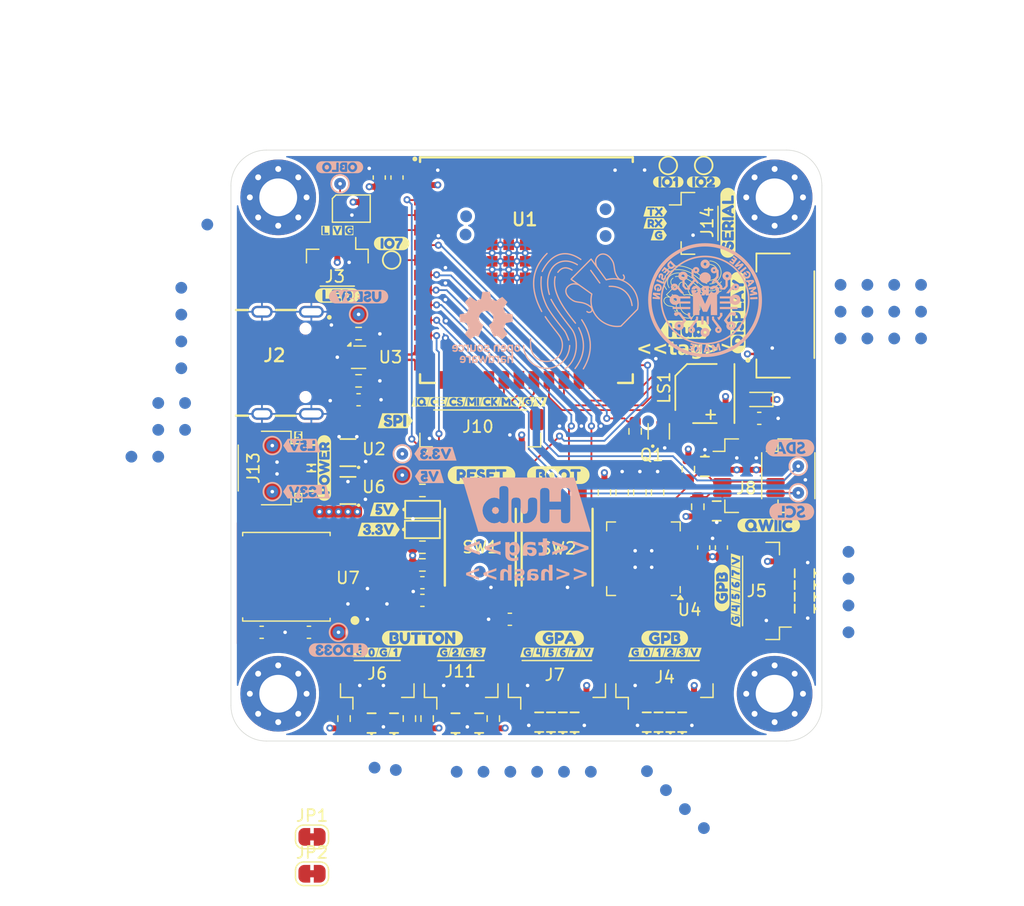
<source format=kicad_pcb>
(kicad_pcb (version 20241229) (generator "pcbnew") (generator_version "9.0")
  (title_block (title "Node Hardware") (date "<<release-date>>") (rev "<<tag>>") (comment 1 "<<hash>>"))
  (layers (0 "F.Cu" signal) (4 "In1.Cu" power) (6 "In2.Cu" power) (2 "B.Cu" signal) (13 "F.Paste" user) (15 "B.Paste" user) (5 "F.SilkS" user "F.Silkscreen") (7 "B.SilkS" user "B.Silkscreen") (1 "F.Mask" user) (3 "B.Mask" user) (25 "Edge.Cuts" user))
  (net 0 "")
  (net 1 "GND")
  (net 2 "+3.3V")
  (net 3 "EN")
  (net 4 "BOOT")
  (net 5 "OBL")
  (net 6 "OBL_OUT")
  (net 7 "I2C_SDA")
  (net 8 "I2C_SCL")
  (net 11 "LCD_BL")
  (net 12 "T_SCL")
  (net 13 "LCD_CS")
  (net 15 "LCD_SDO")
  (net 17 "T_INT")
  (net 19 "LCD_SDI")
  (net 20 "D_P")
  (net 21 "LCD_SCK")
  (net 24 "RX")
  (net 25 "BUZZER")
  (net 26 "D_N")
  (net 27 "SD_CS")
  (net 28 "T_SDA")
  (net 29 "LCD_DC")
  (net 30 "LCD_RS")
  (net 31 "T_RESET")
  (net 32 "SPI_CLK")
  (net 33 "SPI_MISO")
  (net 34 "SPI_CS0")
  (net 35 "TX")
  (net 36 "SPI_CE0")
  (net 37 "+5V")
  (net 38 "SPI_MOSI")
  (net 39 "/PIO/BTN1")
  (net 40 "/PIO/BTN2")
  (net 41 "/PIO/BTN3")
  (net 42 "/Power/CC1")
  (net 43 "USB_D_N")
  (net 44 "USB_D_P")
  (net 46 "PIO_INTA")
  (net 47 "PIO_INTB")
  (net 49 "/Power/CC2")
  (net 52 "/PIO/A0")
  (net 53 "/PIO/A1")
  (net 54 "/PIO/A2")
  (net 55 "/PIO/PIO_RESET")
  (net 56 "USB_5V")
  (net 57 "LINE_5V")
  (net 59 "Net-(U1-IO1)")
  (net 60 "Net-(U1-IO2)")
  (net 61 "Net-(U1-IO7)")
  (net 62 "SPI_IRQ0")
  (net 63 "/PIO/GPB0")
  (net 64 "/PIO/GPB1")
  (net 65 "/PIO/GPB2")
  (net 66 "/PIO/GPB3")
  (net 67 "/PIO/GPB4")
  (net 68 "/PIO/GPB5")
  (net 69 "/PIO/GPB6")
  (net 70 "/PIO/GPB7")
  (net 71 "/PIO/GPA4")
  (net 72 "/PIO/GPA5")
  (net 73 "/PIO/GPA6")
  (net 74 "/PIO/GPA7")
  (net 75 "LEDS")
  (net 78 "LDO_V33")
  (net 80 "Net-(Q1-B)")
  (net 81 "/Interfaces/BUZZ_GND")
  (net 82 "/PIO/BTN0")
  (net 83 "/Power/V5LED")
  (net 84 "/Power/V3.3LED")
  (net 85 "LINE_V33")
  (net 87 "Net-(D23-K)")
  (net 88 "Net-(D24-K)")
  (footprint "kibuzzard-683C5017" (layer "F.Cu") (at 100 52.7)
    (property "Reference" "kibuzzard-683C5017" (hide yes))
    (property "Value" "G***" (hide yes))
  )
  (footprint "kibuzzard-6810346D" (layer "F.Cu") (at 73.6 57.9)
    (property "Reference" "kibuzzard-6810346D" (hide yes))
    (property "Value" "G***" (hide yes))
  )
  (footprint "kibuzzard-681420D5" (layer "F.Cu") (at 97.175 92.5)
    (property "Reference" "kibuzzard-681420D5" (hide yes))
    (property "Value" "G***" (hide yes))
  )
  (footprint "kibuzzard-68153CC4" (layer "F.Cu") (at 85.075 92.5)
    (property "Reference" "kibuzzard-68153CC4" (hide yes))
    (property "Value" "G***" (hide yes))
  )
  (footprint "kibuzzard-68153CDD" (layer "F.Cu") (at 70.9 92.5)
    (property "Reference" "kibuzzard-68153CDD" (hide yes))
    (property "Value" "G***" (hide yes))
  )
  (footprint "CRGM Switches:EVQ-Q2B02W" (layer "F.Cu") (at 81.1 83.6 90)
    (property "Reference" "SW1")
    (property "Value" "EVQ-Q2B02W")
  )
  (footprint "kibuzzard-68142043" (layer "F.Cu") (at 87.075 92.5)
    (property "Reference" "kibuzzard-68142043" (hide yes))
    (property "Value" "G***" (hide yes))
  )
  (footprint "CRGM Passive:DFN1006-2" (layer "F.Cu") (at 66.8 78.05 -90)
    (property "Reference" "D25" (hide yes))
    (property "Value" "PESD3V3S1BL" (hide yes))
  )
  (footprint "Package_TO_SOT_SMD:SOT-666" (layer "F.Cu") (at 70.8 67.525)
    (property "Reference" "U3")
    (property "Value" "USBLC6-2P6" (hide yes))
  )
  (footprint "Resistor_SMD:R_0603_1608Metric" (layer "F.Cu") (at 75.1 98.1 90)
    (property "Reference" "R13" (hide yes))
    (property "Value" "10K" (hide yes))
  )
  (footprint "Capacitor_SMD:C_0603_1608Metric" (layer "F.Cu") (at 83.6 89.7 180)
    (property "Reference" "C5" (hide yes))
    (property "Value" "0.1uF" (hide yes))
  )
  (footprint "Resistor_SMD:R_0603_1608Metric" (layer "F.Cu") (at 91.6 78.97564 -90)
    (property "Reference" "R9" (hide yes))
    (property "Value" "10K" (hide yes))
  )
  (footprint "CRGM Passive:DFN1006-2" (layer "F.Cu") (at 81 98.45 90)
    (property "Reference" "D15" (hide yes))
    (property "Value" "PESD3V3S1BL" (hide yes))
  )
  (footprint "kibuzzard-68153CCE" (layer "F.Cu") (at 80 92.5)
    (property "Reference" "kibuzzard-68153CCE" (hide yes))
    (property "Value" "G***" (hide yes))
  )
  (footprint "CRGM Connector:JST_SH_BM08B-SRSS-TB_1x08-1MP_P1.00mm_Vertical" (layer "F.Cu") (at 81.1 74)
    (property "Reference" "J10")
    (property "Value" "BM08B-SRSS-TB")
  )
  (footprint "kibuzzard-680D0262" (layer "F.Cu") (at 69 62.3)
    (property "Reference" "kibuzzard-680D0262" (hide yes))
    (property "Value" "G***" (hide yes))
  )
  (footprint "kibuzzard-68154095" (layer "F.Cu") (at 102.7 84.75 90)
    (property "Reference" "kibuzzard-68154095" (hide yes))
    (property "Value" "G***" (hide yes))
  )
  (footprint "kibuzzard-683B594D" (layer "F.Cu") (at 67.9 76.9 90)
    (property "Reference" "kibuzzard-683B594D" (hide yes))
    (property "Value" "G***" (hide yes))
  )
  (footprint "CRGM Passive:DFN1006-2" (layer "F.Cu") (at 66.8 75.75 90)
    (property "Reference" "D20" (hide yes))
    (property "Value" "PESD5V5C1BL" (hide yes))
  )
  (footprint "Capacitor_SMD:C_0603_1608Metric" (layer "F.Cu") (at 70.8 71.125)
    (property "Reference" "C6" (hide yes))
    (property "Value" "0.1uF" (hide yes))
  )
  (footprint "Resistor_SMD:R_0603_1608Metric" (layer "F.Cu") (at 76.2 85.1)
    (property "Reference" "R3" (hide yes))
    (property "Value" "10K" (hide yes))
  )
  (footprint "Capacitor_SMD:C_0603_1608Metric" (layer "F.Cu") (at 101.5 83.625 90)
    (property "Reference" "C9" (hide yes))
    (property "Value" "0.1uF" (hide yes))
  )
  (footprint "CRGM Passive:DFN1006-2" (layer "F.Cu") (at 108.5 87.8 180)
    (property "Reference" "D9" (hide yes))
    (property "Value" "PESD3V3S1BL" (hide yes))
  )
  (footprint "kibuzzard-681420DA" (layer "F.Cu") (at 81 92.5)
    (property "Reference" "kibuzzard-681420DA" (hide yes))
    (property "Value" "G***" (hide yes))
  )
  (footprint "Resistor_SMD:R_0603_1608Metric" (layer "F.Cu") (at 76.2 83.6)
    (property "Reference" "R16" (hide yes))
    (property "Value" "1K" (hide yes))
  )
  (footprint "kibuzzard-68574AC2" (layer "F.Cu") (at 73 80.4)
    (property "Reference" "kibuzzard-68574AC2" (hide yes))
    (property "Value" "G***" (hide yes))
  )
  (footprint "kibuzzard-683921F2" (layer "F.Cu") (at 102.05 56.15 90)
    (property "Reference" "kibuzzard-683921F2" (hide yes))
    (property "Value" "G***" (hide yes))
  )
  (footprint "CRGM Connector:SolderJumper-2_P1.3mm_Bridged_RoundedPad1.0x1.5mm" (layer "F.Cu") (at 66.86 111.23)
    (property "Reference" "JP2")
    (property "Value" "~")
  )
  (footprint "CRGM Mechanical:MountingHole_3.2mm_M3_Pad_Via" (layer "F.Cu") (at 64 96)
    (property "Reference" "H1" (hide yes))
    (property "Value" "~" (hide yes))
  )
  (footprint "kibuzzard-68153CC9" (layer "F.Cu") (at 79 92.5)
    (property "Reference" "kibuzzard-68153CC9" (hide yes))
    (property "Value" "G***" (hide yes))
  )
  (footprint "CRGM Mechanical:MountingHole_3.2mm_M3_Pad_Via" (layer "F.Cu") (at 64 54)
    (property "Reference" "H2" (hide yes))
    (property "Value" "~" (hide yes))
  )
  (footprint "kibuzzard-68574A9F" (layer "F.Cu") (at 95.9 55.2)
    (property "Reference" "kibuzzard-68574A9F" (hide yes))
    (property "Value" "G***" (hide yes))
  )
  (footprint "CRGM Connector:JST_SH_BM03B-SRSS-TB_1x03-1MP_P1.00mm_Vertical" (layer "F.Cu") (at 99.2 56.2 -90)
    (property "Reference" "J14")
    (property "Value" "BM03B-SRSS-TB")
  )
  (footprint "CRGM Mechanical:MountingHole_3.2mm_M3_Pad_Via" (layer "F.Cu") (at 106 54)
    (property "Reference" "H3" (hide yes))
    (property "Value" "~" (hide yes))
  )
  (footprint "CRGM Connector:JST_SH_BM06B-SRSS-TB_1x06-1MP_P1.00mm_Vertical" (layer "F.Cu") (at 105.3 87.3 90)
    (property "Reference" "J5")
    (property "Value" "BM06B-SRSS-TB")
  )
  (footprint "kibuzzard-68142030" (layer "F.Cu") (at 89.075 92.5)
    (property "Reference" "kibuzzard-68142030" (hide yes))
    (property "Value" "G***" (hide yes))
  )
  (footprint "kibuzzard-68574A7C" (layer "F.Cu") (at 96.2 57.2)
    (property "Reference" "kibuzzard-68574A7C" (hide yes))
    (property "Value" "G***" (hide yes))
  )
  (footprint "Capacitor_SMD:C_0603_1608Metric" (layer "F.Cu") (at 100 83.625 90)
    (property "Reference" "C14" (hide yes))
    (property "Value" "1uF" (hide yes))
  )
  (footprint "kibuzzard-68154095" (layer "F.Cu") (at 90.1 92.5)
    (property "Reference" "kibuzzard-68154095" (hide yes))
    (property "Value" "G***" (hide yes))
  )
  (footprint "CRGM Connector:JST_SH_BM04B-SRSS-TB_1x04-1MP_P1.00mm_Vertical" (layer "F.Cu") (at 79.48 95.2)
    (property "Reference" "J11")
    (property "Value" "BM04B-SRSS-TB")
  )
  (footprint "CRGM Connector:JST_SH_BM06B-SRSS-TB_1x06-1MP_P1.00mm_Vertical" (layer "F.Cu") (at 87.58 95.2)
    (property "Reference" "J7")
    (property "Value" "BM06B-SRSS-TB")
  )
  (footprint "CRGM Passive:DFN1006-2" (layer "F.Cu") (at 79 98.45 90)
    (property "Reference" "D14" (hide yes))
    (property "Value" "PESD3V3S1BL" (hide yes))
  )
  (footprint "CRGM Mechanical:TestPoint_Pad_D1.0mm" (layer "F.Cu") (at 100 51.3)
    (property "Reference" "TP6" (hide yes))
    (property "Value" "~" (hide yes))
  )
  (footprint "CRGM Connector:SolderJumper-2_P1.3mm_Bridged_RoundedPad1.0x1.5mm" (layer "F.Cu") (at 66.86 108.11)
    (property "Reference" "JP1")
    (property "Value" "~")
  )
  (footprint "CRGM Passive:DFN1006-2" (layer "F.Cu") (at 86.08 98.375 90)
    (property "Reference" "D16" (hide yes))
    (property "Value" "PESD3V3S1BL" (hide yes))
  )
  (footprint "Resistor_SMD:R_0603_1608Metric" (layer "F.Cu") (at 98.7 77 -90)
    (property "Reference" "R1" (hide yes))
    (property "Value" "4.7K" (hide yes))
  )
  (footprint "CRGM Mechanical:TestPoint_Pad_D1.0mm" (layer "F.Cu") (at 73.6 59.3)
    (property "Reference" "TP7" (hide yes))
    (property "Value" "~" (hide yes))
  )
  (footprint "kibuzzard-68194F3F" (layer "F.Cu") (at 85.1 71.3)
    (property "Reference" "kibuzzard-68194F3F" (hide yes))
    (property "Value" "G***" (hide yes))
  )
  (footprint "CRGM Connector:JST_SH_BM04B-SRSS-TB_1x04-1MP_P1.00mm_Vertical" (layer "F.Cu") (at 72.38 95.2)
    (property "Reference" "J6")
    (property "Value" "BM04B-SRSS-TB")
  )
  (footprint "kibuzzard-68142199" (layer "F.Cu") (at 68 56.8)
    (property "Reference" "kibuzzard-68142199" (hide yes))
    (property "Value" "G***" (hide yes))
  )
  (footprint "kibuzzard-681420DA" (layer "F.Cu") (at 98.175 92.5)
    (property "Reference" "kibuzzard-681420DA" (hide yes))
    (property "Value" "G***" (hide yes))
  )
  (footprint "kibuzzard-68194F50" (layer "F.Cu") (at 86.15 71.3)
    (property "Reference" "kibuzzard-68194F50" (hide yes))
    (property "Value" "G***" (hide yes))
  )
  (footprint "Resistor_SMD:R_0603_1608Metric" (layer "F.Cu") (at 94.6 78.97564 90)
    (property "Reference" "R7" (hide yes))
    (property "Value" "10K" (hide yes))
  )
  (footprint "Resistor_SMD:R_0603_1608Metric" (layer "F.Cu") (at 70.8 65.525)
    (property "Reference" "R11" (hide yes))
    (property "Value" "5.1K" (hide yes))
  )
  (footprint "CRGM Connector:JST_SH_SM04B-SRSS-TB_1x04-1MP_P1.00mm_Horizontal" (layer "F.Cu") (at 63.3 76.9 -90)
    (property "Reference" "J13")
    (property "Value" "SM04B-SRSS-TB")
  )
  (footprint "kibuzzard-68142039" (layer "F.Cu") (at 88.075 92.5)
    (property "Reference" "kibuzzard-68142039" (hide yes))
    (property "Value" "G***" (hide yes))
  )
  (footprint "CRGM Passive:DFN1006-2" (layer "F.Cu") (at 100.1 76.8 -90)
    (property "Reference" "D22" (hide yes))
    (property "Value" "PESD3V3S1BL" (hide yes))
  )
  (footprint "LED_SMD:LED_WS2812B-2020_PLCC4_2.0x2.0mm" (layer "F.Cu") (at 70.185 54.95)
    (property "Reference" "D1" (hide yes))
    (property "Value" "WS2812B-2020" (hide yes))
  )
  (footprint "CRG Makes:ESP32-S3-WROOM-1-N8R2" (layer "F.Cu") (at 85 56.95)
    (property "Reference" "U1")
    (property "Value" "ESP32-S3-WROOM-1-N8R2" (hide yes))
  )
  (footprint "CRGM Passive:DFN1006-2" (layer "F.Cu") (at 97.18 98.375 90)
    (property "Reference" "D6" (hide yes))
    (property "Value" "PESD3V3S1BL" (hide yes))
  )
  (footprint "kibuzzard-6857318D" (layer "F.Cu") (at 105.5 81.75)
    (property "Reference" "kibuzzard-6857318D" (hide yes))
    (property "Value" "G***" (hide yes))
  )
  (footprint "CRG Makes:FUET-5025" (layer "F.Cu") (at 100.1 70.6 90)
    (property "Reference" "LS1")
    (property "Value" "FUET-5025" (hide yes))
  )
  (footprint "kibuzzard-680D06A5" (layer "F.Cu") (at 87.7 77.5)
    (property "Reference" "kibuzzard-680D06A5" (hide yes))
    (property "Value" "G***" (hide yes))
  )
  (footprint "Resistor_SMD:R_0603_1608Metric" (layer "F.Cu") (at 93.1 78.97564 90)
    (property "Reference" "R8" (hide yes))
    (property "Value" "10K" (hide yes))
  )
  (footprint "CRGM Connector:JST_SH_BM04B-SRSS-TB_1x04-1MP_P1.00mm_Vertical" (layer "F.Cu") (at 102.9 77.55 -90)
    (property "Reference" "J8")
    (property "Value" "BM04B-SRSS-TB")
  )
  (footprint "kibuzzard-681420F3" (layer "F.Cu") (at 87.8 91.3)
    (property "Reference" "kibuzzard-681420F3" (hide yes))
    (property "Value" "G***" (hide yes))
  )
  (footprint "kibuzzard-6812E3BB" (layer "F.Cu") (at 81.95 71.3)
    (property "Reference" "kibuzzard-6812E3BB" (hide yes))
    (property "Value" "G***" (hide yes))
  )
  (footprint "kibuzzard-6812E37E" (layer "F.Cu") (at 77.5 71.3)
    (property "Reference" "kibuzzard-6812E37E" (hide yes))
    (property "Value" "G***" (hide yes))
  )
  (footprint "kibuzzard-6812E3AD" (layer "F.Cu") (at 80.5 71.3)
    (property "Reference" "kibuzzard-6812E3AD" (hide yes))
    (property "Value" "G***" (hide yes))
  )
  (footprint "CRGM Passive:LED_0603_1608Metric" (layer "F.Cu") (at 76.225 80.41)
    (property "Reference" "D23" (hide yes))
    (property "Value" "Orange" (hide yes))
  )
  (footprint "CRGM Passive:DFN1006-2" (layer "F.Cu") (at 73.8 98.45 90)
    (property "Reference" "D13" (hide yes))
    (property "Value" "PESD3V3S1BL" (hide yes))
  )
  (footprint "CRGM Connector:JST_SH_BM06B-SRSS-TB_1x06-1MP_P1.00mm_Vertical" (layer "F.Cu") (at 96.68 95.2)
    (property "Reference" "J4")
    (property "Value" "BM06B-SRSS-TB")
  )
  (footprint "kibuzzard-68142043" (layer "F.Cu") (at 102.7 87.775 90)
    (property "Reference" "kibuzzard-68142043" (hide yes))
    (property "Value" "G***" (hide yes))
  )
  (footprint "Capacitor_SMD:C_0603_1608Metric" (layer "F.Cu") (at 72.55 52.325 90)
    (property "Reference" "C2" (hide yes))
    (property "Value" "10uF" (hide yes))
  )
  (footprint "kibuzzard-68153CC4" (layer "F.Cu") (at 78 92.5)
    (property "Reference" "kibuzzard-68153CC4" (hide yes))
    (property "Value" "G***" (hide yes))
  )
  (footprint "Capacitor_SMD:C_0603_1608Metric" (layer "F.Cu") (at 62.6 90.8)
    (property "Reference" "C12" (hide yes))
    (property "Value" "10uF" (hide yes))
  )
  (footprint "CRGM Passive:DFN1006-2" (layer "F.Cu") (at 108.5 88.8 180)
    (property "Reference" "D8" (hide yes))
    (property "Value" "PESD3V3S1BL" (hide yes))
  )
  (footprint "kibuzzard-68142110" (layer "F.Cu") (at 96.7 91.3)
    (property "Reference" "kibuzzard-68142110" (hide yes))
    (property "Value" "G***" (hide yes))
  )
  (footprint "Package_TO_SOT_SMD:SOT-523" (layer "F.Cu") (at 96.2 73.8 90)
    (property "Reference" "Q1")
    (property "Value" "MMBT2222A" (hide yes))
  )
  (footprint "kibuzzard-68153CEB" (layer "F.Cu") (at 72.9 92.5)
    (property "Reference" "kibuzzard-68153CEB" (hide yes))
    (property "Value" "G***" (hide yes))
  )
  (footprint "kibuzzard-68153CE4" (layer "F.Cu") (at 71.9 92.5)
    (property "Reference" "kibuzzard-68153CE4" (hide yes))
    (property "Value" "G***" (hide yes))
  )
  (footprint "kibuzzard-6814204F" (layer "F.Cu") (at 102.7 88.775 90)
    (property "Reference" "kibuzzard-6814204F" (hide yes))
    (property "Value" "G***" (hide yes))
  )
  (footprint "CRGM Passive:DFN1006-2" (layer "F.Cu") (at 89.08 98.375 90)
    (property "Reference" "D19" (hide yes))
    (property "Value" "PESD3V3S1BL" (hide yes))
  )
  (footprint "CRGM Mechanical:TestPoint_Pad_D1.0mm" (layer "F.Cu") (at 97 51.3)
    (property "Reference" "TP5" (hide yes))
    (property "Value" "~" (hide yes))
  )
  (footprint "Capacitor_SMD:C_0603_1608Metric" (layer "F.Cu") (at 76.2 86.6 180)
    (property "Reference" "C3" (hide yes))
    (property "Value" "1uF" (hide yes))
  )
  (footprint "kibuzzard-683B5376" (layer "F.Cu") (at 65.7 79.4)
    (property "Reference" "kibuzzard-683B5376" (hide yes))
    (property "Value" "G***" (hide yes))
  )
  (footprint "kibuzzard-6814212B" (layer "F.Cu") (at 101.55 87.05 90)
    (property "Reference" "kibuzzard-6814212B" (hide yes))
    (property "Value" "G***" (hide yes))
  )
  (footprint "kibuzzard-68153CC4" (layer "F.Cu") (at 94.2 92.5)
    (property "Reference" "kibuzzard-68153CC4" (hide yes))
    (property "Value" "G***" (hide yes))
  )
  (footprint "CRGM Connector:JST_SH_BM03B-SRSS-TB_1x03-1MP_P1.00mm_Vertical" (layer "F.Cu") (at 69 59.5 180)
    (property "Reference" "J3")
    (property "Value" "BM03B-SRSS-TB")
  )
  (footprint "kibuzzard-6812E3A0" (layer "F.Cu") (at 79.05 71.3)
    (property "Reference" "kibuzzard-6812E3A0" (hide yes))
    (property "Value" "G***" (hide yes))
  )
  (footprint "kibuzzard-689E5275" (layer "F.Cu") (at 98.5 65.2)
    (property "Reference" "kibuzzard-689E5275" (hide yes))
    (property "Value" "G***" (hide yes))
  )
  (footprint "kibuzzard-68142039" (layer "F.Cu") (at 102.7 86.775 90)
    (property "Reference" "kibuzzard-68142039" (hide yes))
    (property "Value" "G***" (hide yes))
  )
  (footprint "kibuzzard-683C500B" (layer "F.Cu") (at 97 52.7)
    (property "Reference" "kibuzzard-683C500B" (hide yes))
    (property "Value" "G***" (hide yes))
  )
  (footprint "Resistor_SMD:R_0603_1608Metric" (layer "F.Cu") (at 76.6 98.1 90)
    (property "Reference" "R5" (hide yes))
    (property "Value" "10K" (hide yes))
  )
  (footprint "kibuzzard-6814204F" (layer "F.Cu") (at 86.075 92.5)
    (property "Reference" "kibuzzard-6814204F" (hide yes))
    (property "Value" "G***" (hide yes))
  )
  (footprint "CRGM Passive:LED_0603_1608Metric" (layer "F.Cu") (at 76.2 82.1)
    (property "Reference" "D24" (hide yes))
    (property "Value" "Orange" (hide yes))
  )
  (footprint "Capacitor_SMD:C_0603_1608Metric" (layer "F.Cu") (at 74.05 52.325 90)
    (property "Reference" "C1" (hide yes))
    (property "Value" "0.1uF" (hide yes))
  )
  (footprint "CRGM Passive:DFN1006-2" (layer "F.Cu") (at 98.18 98.375 90)
    (property "Reference" "D7" (hide yes))
    (property "Value" "PESD3V3S1BL" (hide yes))
  )
  (footprint "Capacitor_SMD:C_0603_1608Metric" (layer "F.Cu") (at 66.6 90.8 180)
    (property "Reference" "C11" (hide yes))
    (property "Value" "10uF" (hide yes))
  )
  (footprint "CRGM Passive:DFN1006-2" (layer "F.Cu") (at 101.1 80.5 90)
    (property "Reference" "D21" (hide yes))
    (property "Value" "PESD3V3S1BL" (hide yes))
  )
  (footprint "CRGM Passive:DFN1006-2" (layer "F.Cu") (at 71.9 98.45 90)
    (property "Reference" "D12" (hide yes))
    (property "Value" "PESD3V3S1BL" (hide yes))
  )
  (footprint "kibuzzard-6812E420" (layer "F.Cu") (at 76.05 71.3)
    (property "Reference" "kibuzzard-6812E420" (hide yes))
    (property "Value" "G***" (hide yes))
  )
  (footprint "CRGM Power:TO-252-2" (layer "F.Cu") (at 64.6925 86.1 180)
    (property "Reference" "U7")
    (property "Value" "AZ1084-3.3" (hide yes))
  )
  (footprint "kibuzzard-68574AD3" (layer "F.Cu") (at 72.5 82.1)
    (property "Reference" "kibuzzard-68574AD3" (hide yes))
    (property "Value" "G***" (hide yes))
  )
  (footprint "kibuzzard-680D069E" (layer "F.Cu") (at 81.2 77.5)
    (property "Reference" "kibuzzard-680D069E" (hide yes))
    (property "Value" "G***" (hide yes))
  )
  (footprint "Resistor_SMD:R_0603_1608Metric" (layer "F.Cu") (at 70.8 69.525)
    (property "Reference" "R10" (hide yes))
    (property "Value" "5.1K" (hide yes))
  )
  (footprint "CRGM Connector:XF2M-1415-1A" (layer "F.Cu") (at 106.70849 64 -90)
    (property "Reference" "J1")
    (property "Value" "XF2M-1415-1A")
  )
  (footprint "kibuzzard-68574A8F" (layer "F.Cu") (at 95.9 56.2)
    (property "Reference" "kibuzzard-68574A8F" (hide yes))
    (property "Value" "G***" (hide yes))
  )
  (footprint "CRGM Mechanical:MountingHole_3.2mm_M3_Pad_Via" (layer "F.Cu") (at 106 96)
    (property "Reference" "H4" (hide yes))
    (property "Value" "~" (hide yes))
  )
  (footprint "kibuzzard-681421A9" (layer "F.Cu") (at 70 56.8)
    (property "Reference" "kibuzzard-681421A9" (hide yes))
    (property "Value" "G***" (hide yes))
  )
  (footprint "CRGM Passive:DFN1006-2" (layer "F.Cu") (at 87.08 98.375 90)
    (property "Reference" "D17" (hide yes))
    (property "Value" "PESD3V3S1BL" (hide yes))
  )
  (footprint "Capacitor_SMD:C_0603_1608Metric" (layer "F.Cu") (at 104.7 72.7)
    (property "Reference" "C10" (hide yes))
    (property "Value" "1uF" (hide yes))
  )
  (footprint "kibuzzard-68574B95" (layer "F.Cu") (at 73.9 72.9)
    (property "Reference" "kibuzzard-68574B95" (hide yes))
    (property "Value" "G***" (hide yes))
  )
  (footprint "kibuzzard-6812E3C5" (layer "F.Cu") (at 83.65 71.3)
    (property "Reference" "kibuzzard-6812E3C5" (hide yes))
    (property "Value" "G***" (hide yes))
  )
  (footprint "kibuzzard-681420E9" (layer "F.Cu") (at 76.2 91.3)
    (property "Reference" "kibuzzard-681420E9" (hide yes))
    (property "Value" "G***" (hide yes))
  )
  (footprint "CRGM Connector:JST_SH_BM04B-SRSS-TB_1x04-1MP_P1.00mm_Vertical" (layer "F.Cu") (at 107.4 77.55 -90)
    (property "Reference" "J9" (hide yes))
    (property "Value" "BM04B-SRSS-TB")
  )
  (footprint "CRGM Passive:DFN1006-2" (layer "F.Cu") (at 108.5 85.8 180)
    (property "Reference" "D11" (hide yes))
    (property "Value" "PESD3V3S1BL" (hide yes))
  )
  (footprint "Package_DFN_QFN:QFN-28-1EP_6x6mm_P0.65mm_EP4.25x4.25mm" (layer "F.Cu") (at 94.9 84.57564 180)
    (property "Reference" "U4")
    (property "Value" "MCP23017T-E/ML" (hide yes))
  )
  (footprint "kibuzzard-683B5370" (layer "F.Cu") (at 65.7 74.2)
    (property "Reference" "kibuzzard-683B5370" (hide yes))
    (property "Value" "G***" (hide yes))
  )
  (footprint "kibuzzard-6815408B" (layer "F.Cu") (at 102.7 89.775 90)
    (property "Reference" "kibuzzard-6815408B" (hide yes))
    (property "Value" "G***" (hide yes))
  )
  (footprint "CRGM Switches:EVQ-Q2B02W" (layer "F.Cu") (at 87.6 83.6 90)
    (property "Reference" "SW2")
    (property "Value" "EVQ-Q2B02W")
  )
  (footprint "Resistor_SMD:R_0603_1608Metric" (layer "F.Cu") (at 96.1 78.97564 90)
    (property "Reference" "R6" (hide yes))
    (property "Value" "10K" (hide yes))
  )
  (footprint "CRGM Passive:DFN1006-2" (layer "F.Cu") (at 88.08 98.375 90)
    (property "Reference" "D18" (hide yes))
    (property "Value" "PESD3V3S1BL" (hide yes))
  )
  (footprint "CRGM Logos:Aquarius Logo 5mm" (layer "F.Cu") (at 101.769017 61.872096 90)
    (property "Reference" "LOGO4" (hide yes))
    (property "Value" "~" (hide yes))
  )
  (footprint "kibuzzard-68142030" (layer "F.Cu") (at 102.7 85.775 90)
    (property "Reference" "kibuzzard-68142030" (hide yes))
    (property "Value" "G***" (hide yes))
  )
  (footprint "kibuzzard-681420CD" (layer "F.Cu") (at 95.175 92.5)
    (property "Reference" "kibuzzard-681420CD" (hide yes))
    (property "Value" "G***" (hide yes))
  )
  (footprint "Resistor_SMD:R_0603_1608Metric" (layer "F.Cu") (at 69.57 98.1 90)
    (property "Reference" "R14" (hide yes))
    (property "Value" "10K" (hide yes))
  )
  (footprint "CRGM Connector:GCT_USB4105-GF-A" (layer "F.Cu") (at 62.625 68 -90)
    (property "Reference" "J2")
    (property "Value" "USB_C_USB2.0_16P" (hide yes))
  )
  (footprint "kibuzzard-68153CEF" (layer "F.Cu") (at 73.9 92.5)
    (property "Reference" "kibuzzard-68153CEF" (hide yes))
    (property "Value" "G***" (hide yes))
  )
  (footprint "Resistor_SMD:R_0603_1608Metric" (layer "F.Cu") (at 76.2 78.8)
    (property "Reference" "R15" (hide yes))
    (property "Value" "4.7K" (hide yes))
  )
  (footprint "kibuzzard-68154095" (layer "F.Cu") (at 99.2 92.5)
    (property "Reference" "kibuzzard-68154095" (hide yes))
    (property "Value" "G***" (hide yes))
  )
  (footprint "kibuzzard-681421A1" (layer "F.Cu") (at 69 56.8)
    (property "Reference" "kibuzzard-681421A1" (hide yes))
    (property "Value" "G***" (hide yes))
  )
  (footprint "Capacitor_SMD:C_0603_1608Metric" (layer "F.Cu") (at 76.2 88.1 180)
    (property "Reference" "C4" (hide yes))
    (property "Value" "0.1uF" (hide yes))
  )
  (footprint "Resistor_SMD:R_0603_1608Metric" (layer "F.Cu") (at 82.2 98.1 90)
    (property "Reference" "R4" (hide yes))
    (property "Value" "10K" (hide yes))
  )
  (footprint "kibuzzard-681420D1" (layer "F.Cu") (at 96.175 92.5)
    (property "Reference" "kibuzzard-681420D1" (hide yes))
    (property "Value" "G***" (hide yes))
  )
  (footprint "CRGM Power:SOTFL50P160X60-8N" (layer "F.Cu") (at 69.9 78.8 180)
    (property "Reference" "U6")
    (property "Value" "LM66200DRLR" (hide yes))
  )
  (footprint "CRGM Power:SOTFL50P160X60-8N" (layer "F.Cu") (at 69.9 75.6 180)
    (property "Reference" "U2")
    (property "Value" "LM66200DRLR" (hide yes))
  )
  (footprint "CRGM Passive:DFN1006-2" (layer "F.Cu") (at 95.18 98.375 90)
    (property "Reference" "D4" (hide yes))
    (property "Value" "PESD3V3S1BL" (hide yes))
  )
  (footprint "CRGM Passive:DFN1006-2" (layer "F.Cu") (at 96.18 98.375 90)
    (property "Reference" "D5" (hide yes))
    (property "Value" "PESD3V3S1BL" (hide yes))
  )
  (footprint "kibuzzard-68392226" (layer "F.Cu") (at 102.9 63.75 90)
    (property "Reference" "kibuzzard-68392226" (hide yes))
    (property "Value" "G***" (hide yes))
  )
  (footprint "Resistor_SMD:R_0603_1608Metric" (layer "F.Cu") (at 94.2 73.8 -90)
    (property "Reference" "R12" (hide yes))
    (property "Value" "1K" (hide yes))
  )
  (footprint "Resistor_SMD:R_0603_1608Metric" (layer "F.Cu") (at 99.5 80.175 90)
    (property "Reference" "R2" (hide yes))
    (property "Value" "4.7K" (hide yes))
  )
  (footprint "CRGM Passive:DFN1006-2" (layer "F.Cu") (at 108.5 86.8 180)
    (property "Reference" "D10" (hide yes))
    (property "Value" "PESD3V3S1BL" (hide yes))
  )
  (footprint "Diode_SMD:D_SOD-523" (layer "F.Cu") (at 104.6 71.1 180)
    (property "Reference" "D2" (hide yes))
    (property "Value" "D_Schottky" (hide yes))
  )
  (footprint "CRGM Mechanical:TestPoint_Pad_D1.0mm" (layer "B.Cu") (at 85.91 102.6 -90)
    (property "Reference" "TP56" (hide yes))
    (property "Value" "~")
  )
  (footprint "CRGM Mechanical:TestPoint_Pad_D1.0mm" (layer "B.Cu") (at 90.45 102.6 -90)
    (property "Reference" "TP58" (hide yes))
    (property "Value" "~")
  )
  (footprint "kibuzzard-67B9F9C2" (layer "B.Cu") (at 107.3 75.2 180)
    (property "Reference" "kibuzzard-67B9F9C2" (hide yes))
    (property "Value" "G***" (hide yes))
  )
  (footprint "CRGM Mechanical:TestPoint_Pad_D1.0mm" (layer "B.Cu") (at 69.1 90.8 180)
    (property "Reference" "TP9" (hide yes))
    (property "Value" "~")
  )
  (footprint "CRGM Mechanical:TestPoint_Pad_D1.0mm" (layer "B.Cu") (at 113.85 61.4 180)
    (property "Reference" "TP16" (hide yes))
    (property "Value" "~")
  )
  (footprint "CRGM Mechanical:TestPoint_Pad_D1.0mm" (layer "B.Cu") (at 112.25 83.99)
    (property "Reference" "TP50" (hide yes))
    (property "Value" "~")
  )
  (footprint "CRGM Mechanical:TestPoint_Pad_D1.0mm" (layer "B.Cu") (at 91.7 57.27 180)
    (property "Reference" "TP30" (hide yes))
    (property "Value" "~")
  )
  (footprint "kibuzzard-68366CAF" (layer "B.Cu") (at 69.2 51.45 180)
    (property "Reference" "kibuzzard-68366CAF" (hide yes))
    (property "Value" "G***" (hide yes))
  )
  (footprint "CRGM Mechanical:TestPoint_Pad_D1.0mm" (layer "B.Cu") (at 112.25 88.530001)
    (property "Reference" "TP48" (hide yes))
    (property "Value" "~")
  )
  (footprint "CRGM Mechanical:TestPoint_Pad_D1.0mm" (layer "B.Cu") (at 111.58 63.67 180)
    (property "Reference" "TP14" (hide yes))
    (property "Value" "~")
  )
  (footprint "CRGM Mechanical:TestPoint_Pad_D1.0mm" (layer "B.Cu") (at 79.9 55.6 180)
    (property "Reference" "TP37" (hide yes))
    (property "Value" "~")
  )
  (footprint "CRGM Mechanical:TestPoint_Pad_D1.0mm" (layer "B.Cu") (at 111.58 65.94 180)
    (property "Reference" "TP15" (hide yes))
    (property "Value" "~")
  )
  (footprint "CRGM Mechanical:TestPoint_Pad_D1.0mm" (layer "B.Cu") (at 53.85 71.4 180)
    (property "Reference" "TP32" (hide yes))
    (property "Value" "~")
  )
  (footprint "kibuzzard-67B9F9CD" (layer "B.Cu") (at 107.45 80.6 180)
    (property "Reference" "kibuzzard-67B9F9CD" (hide yes))
    (property "Value" "G***" (hide yes))
  )
  (footprint "CRGM Logos:CRGM Logo 5mm" (layer "B.Cu") (at 100.1 62.7 180)
    (property "Reference" "LOGO1" (hide yes))
    (property "Value" "~" (hide yes))
  )
  (footprint "kibuzzard-6810349E" (layer "B.Cu") (at 70.8 62.4 180)
    (property "Reference" "kibuzzard-6810349E" (hide yes))
    (property "Value" "G***" (hide yes))
  )
  (footprint "CRGM Mechanical:TestPoint_Pad_D1.0mm" (layer "B.Cu") (at 118.39 61.4 180)
    (property "Reference" "TP22" (hide yes))
    (property "Value" "~")
  )
  (footprint "CRGM Mechanical:TestPoint_Pad_D1.0mm" (layer "B.Cu") (at 63.5 75 180)
    (property "Reference" "TP10" (hide yes))
    (property "Value" "~" (hide yes))
  )
  (footprint "CRGM Mechanical:TestPoint_Pad_D1.0mm" (layer "B.Cu") (at 108 79)
    (property "Reference" "TP2" (hide yes))
    (property "Value" "~" (hide yes))
  )
  (footprint "CRGM Mechanical:TestPoint_Pad_D1.0mm" (layer "B.Cu") (at 73.95 102.45 180)
    (property "Reference" "TP52" (hide yes))
    (property "Value" "~")
  )
  (footprint "CRGM Mechanical:TestPoint_Pad_D1.0mm" (layer "B.Cu") (at 113.85 63.67 180)
    (property "Reference" "TP17" (hide yes))
    (property "Value" "~")
  )
  (footprint "kibuzzard-68574D8A" (layer "B.Cu") (at 77.3 75.7 180)
    (property "Reference" "kibuzzard-68574D8A" (hide yes))
    (property "Value" "G***" (hide yes))
  )
  (footprint "CRGM Mechanical:TestPoint_Pad_D1.0mm" (layer "B.Cu") (at 100.015397 107.365397 -135)
    (property "Reference" "TP46" (hide yes))
    (property "Value" "~")
  )
  (footprint "CRGM Mechanical:TestPoint_Pad_D1.0mm" (layer "B.Cu") (at 55.8 66.19 180)
    (property "Reference" "TP27" (hide yes))
    (property "Value" "~")
  )
  (footprint "CRGM Mechanical:TestPoint_Pad_D1.0mm" (layer "B.Cu") (at 79.1 102.6 -90)
    (property "Reference" "TP53" (hide yes))
    (property "Value" "~")
  )
  (footprint "kibuzzard-68574D75" (layer "B.Cu") (at 66 75 180)
    (property "Reference" "kibuzzard-68574D75" (hide yes))
    (property "Value" "G***" (hide yes))
  )
  (footprint "CRGM Logos:Aquarius Logo 10mm" (layer "B.Cu") (at 89.6 63.6 180)
    (property "Reference" "LOGO2" (hide yes))
    (property "Value" "~" (hide yes))
  )
  (footprint "CRGM Mechanical:TestPoint_Pad_D1.0mm" (layer "B.Cu") (at 72.15 102.25 180)
    (property "Reference" "TP51" (hide yes))
    (property "Value" "~")
  )
  (footprint "CRGM Mechanical:TestPoint_Pad_D1.0mm" (layer "B.Cu") (at 108 76.75)
    (property "Reference" "TP1" (hide yes))
    (property "Value" "~" (hide yes))
  )
  (footprint "CRGM Mechanical:TestPoint_Pad_D1.0mm" (layer "B.Cu") (at 112.25 90.8)
    (property "Reference" "TP47" (hide yes))
    (property "Value" "~")
  )
  (footprint "CRGM Mechanical:TestPoint_Pad_D1.0mm" (layer "B.Cu") (at 55.8 61.65 180)
    (property "Reference" "TP25" (hide yes))
    (property "Value" "~")
  )
  (footprint "CRGM Mechanical:TestPoint_Pad_D1.0mm" (layer "B.Cu") (at 56.12 71.4 180)
    (property "Reference" "TP35" (hide yes))
    (property "Value" "~")
  )
  (footprint "CRGM Mechanical:TestPoint_Pad_D1.0mm" (layer "B.Cu") (at 98.410265 105.760265 -135)
    (property "Reference" "TP45" (hide yes))
    (property "Value" "~")
  )
  (footprint "CRGM Mechanical:TestPoint_Pad_D1.0mm" (layer "B.Cu") (at 74.5 77.5 180)
    (property "Reference" "TP12" (hide yes))
    (property "Value" "~")
  )
  (footprint "CRGM Mechanical:TestPoint_Pad_D1.0mm" (layer "B.Cu") (at 56.12 73.67 180)
    (property "Reference" "TP36" (hide yes))
    (property "Value" "~")
  )
  (footprint "CRGM Mechanical:TestPoint_Pad_D1.0mm" (layer "B.Cu") (at 96.805132 104.155132 -135)
    (property "Reference" "TP44" (hide yes))
    (property "Value" "~")
  )
  (footprint "CRGM Mechanical:TestPoint_Pad_D1.0mm" (layer "B.Cu") (at 51.58 75.94 180)
    (property "Reference" "TP31" (hide yes))
    (property "Value" "~")
  )
  (footprint "CRGM Mechanical:TestPoint_Pad_D1.0mm" (layer "B.Cu") (at 74.5 75.7 180)
    (property "Reference" "TP8" (hide yes))
    (property "Value" "~")
  )
  (footprint "CRGM Mechanical:TestPoint_Pad_D1.0mm" (layer "B.Cu") (at 81.05 85.67 180)
    (property "Reference" "TP41" (hide yes))
    (property "Value" "~")
  )
  (footprint "CRGM Mechanical:TestPoint_Pad_D1.0mm" (layer "B.Cu") (at 58 56.3 180)
    (property "Reference" "TP39" (hide yes))
    (property "Value" "~")
  )
  (footprint "CRGM Mechanical:TestPoint_Pad_D1.0mm" (layer "B.Cu") (at 81.05 83.4 180)
    (property "Reference" "TP40" (hide yes))
    (property "Value" "~")
  )
  (footprint "CRGM Mechanical:TestPoint_Pad_D1.0mm" (layer "B.Cu") (at 88.180001 102.6 -90)
    (property "Reference" "TP57" (hide yes))
    (property "Value" "~")
  )
  (footprint "CRGM Mechanical:TestPoint_Pad_D1.0mm" (layer "B.Cu") (at 118.39 65.94 180)
    (property "Reference" "TP24" (hide yes))
    (property "Value" "~")
  )
  (footprint "Symbol:OSHW-Logo_5.7x6mm_SilkScreen" (layer "B.Cu") (at 81.6 65 180)
    (property "Reference" "LOGO3" (hide yes))
    (property "Value" "~" (hide yes))
  )
  (footprint "kibuzzard-683B54B0" (layer "B.Cu") (at 69.1 92.3 180)
    (property "Reference" "kibuzzard-683B54B0" (hide yes))
    (property "Value" "G***" (hide yes))
  )
  (footprint "CRGM Mechanical:TestPoint_Pad_D1.0mm" (layer "B.Cu") (at 81.369999 102.6 -90)
    (property "Reference" "TP54" (hide yes))
    (property "Value" "~")
  )
  (footprint "kibuzzard-689E525E" (layer "B.Cu") (at 85 80 180)
    (property "Reference" "kibuzzard-689E525E" (hide yes))
    (property "Value" "G***" (hide yes))
  )
  (footprint "CRGM Mechanical:TestPoint_Pad_D1.0mm" (layer "B.Cu") (at 55.8 63.92 180)
    (property "Reference" "TP26" (hide yes))
    (property "Value" "~")
  )
  (footprint "CRGM Mechanical:TestPoint_Pad_D1.0mm" (layer "B.Cu") (at 111.58 61.4 180)
    (property "Reference" "TP13" (hide yes))
    (property "Value" "~")
  )
  (footprint "CRGM Mechanical:TestPoint_Pad_D1.0mm" (layer "B.Cu") (at 69.235 52.85)
    (property "Reference" "TP3" (hide yes))
    (property "Value" "~" (hide yes))
  )
  (footprint "kibuzzard-68574D94" (layer "B.Cu") (at 76.8 77.6 180)
    (property "Reference" "kibuzzard-68574D94" (hide yes))
    (property "Value" "G***" (hide yes))
  )
  (footprint "kibuzzard-68574D7F" (layer "B.Cu") (at 66.4 78.9 180)
    (property "Reference" "kibuzzard-68574D7F" (hide yes))
    (property "Value" "G***" (hide yes))
  )
  (footprint "CRGM Mechanical:TestPoint_Pad_D1.0mm" (layer "B.Cu") (at 70.8 63.9 180)
    (property "Reference" "TP4" (hide yes))
    (property "Value" "~" (hide yes))
  )
  (footprint "CRGM Mechanical:TestPoint_Pad_D1.0mm" (layer "B.Cu") (at 53.85 73.67 180)
    (property "Reference" "TP33" (hide yes))
    (property "Value" "~")
  )
  (footprint "CRGM Mechanical:TestPoint_Pad_D1.0mm" (layer "B.Cu") (at 112.25 86.26)
    (property "Reference" "TP49" (hide yes))
    (property "Value" "~")
  )
  (footprint "CRGM Mechanical:TestPoint_Pad_D1.0mm" (layer "B.Cu") (at 113.85 65.94 180)
    (property "Reference" "TP18" (hide yes))
    (property "Value" "~")
  )
  (footprint "CRGM Mechanical:TestPoint_Pad_D1.0mm" (layer "B.Cu") (at 95.2 102.55 -135)
    (property "Reference" "TP43" (hide yes))
    (property "Value" "~")
  )
  (footprint "CRGM Mechanical:TestPoint_Pad_D1.0mm" (layer "B.Cu") (at 79.85 57.15 180)
    (property "Reference" "TP38" (hide yes))
    (property "Value" "~")
  )
  (footprint "CRGM Mechanical:TestPoint_Pad_D1.0mm" (layer "B.Cu") (at 83.64 102.6 -90)
    (property "Reference" "TP55" (hide yes))
    (property "Value" "~")
  )
  (footprint "CRGM Mechanical:TestPoint_Pad_D1.0mm" (layer "B.Cu") (at 118.39 63.67 180)
    (property "Reference" "TP23" (hide yes))
    (property "Value" "~")
  )
  (footprint "CRGM Mechanical:TestPoint_Pad_D1.0mm" (layer "B.Cu") (at 53.85 75.94 180)
    (property "Reference" "TP34" (hide yes))
    (property "Value" "~")
  )
  (footprint "CRGM Mechanical:TestPoint_Pad_D1.0mm" (layer "B.Cu") (at 116.12 63.67 180)
    (property "Reference" "TP20" (hide yes))
    (property "Value" "~")
  )
  (footprint "CRGM Mechanical:TestPoint_Pad_D1.0mm" (layer "B.Cu") (at 116.12 65.94 180)
    (property "Reference" "TP21" (hide yes))
    (property "Value" "~")
  )
  (footprint "CRGM Mechanical:TestPoint_Pad_D1.0mm" (layer "B.Cu") (at 95.3 72.95 180)
    (property "Reference" "TP42" (hide yes))
    (property "Value" "~")
  )
  (footprint "CRGM Mechanical:TestPoint_Pad_D1.0mm" (layer "B.Cu") (at 63.5 78.9 180)
    (property "Reference" "TP11" (hide yes))
    (property "Value" "~" (hide yes))
  )
  (footprint "CRGM Mechanical:TestPoint_Pad_D1.0mm" (layer "B.Cu") (at 55.8 68.46 180)
    (property "Reference" "TP28" (hide yes))
    (property "Value" "~")
  )
  (footprint "CRGM Mechanical:TestPoint_Pad_D1.0mm" (layer "B.Cu") (at 116.12 61.4 180)
    (property "Reference" "TP19" (hide yes))
    (property "Value" "~")
  )
  (footprint "CRGM Mechanical:TestPoint_Pad_D1.0mm" (layer "B.Cu") (at 91.7 55 180)
    (property "Reference" "TP29" (hide yes))
    (property "Value" "~")
  )
  (gr_arc (start 110 97) (mid 109.12132 99.12132) (end 107 100) (stroke (width 0.05)) (layer "Edge.Cuts"))
  (gr_line (start 63 50) (end 107 50) (stroke (width 0.05)) (layer "Edge.Cuts"))
  (gr_arc (start 60 53) (mid 60.87868 50.87868) (end 63 50) (stroke (width 0.05)) (layer "Edge.Cuts"))
  (gr_line (start 110 53) (end 110 97) (stroke (width 0.05)) (layer "Edge.Cuts"))
  (gr_arc (start 63 100) (mid 60.87868 99.12132) (end 60 97) (stroke (width 0.05)) (layer "Edge.Cuts"))
  (gr_line (start 60 97) (end 60 53) (stroke (width 0.05)) (layer "Edge.Cuts"))
  (gr_arc (start 107 50) (mid 109.12132 50.87868) (end 110 53) (stroke (width 0.05)) (layer "Edge.Cuts"))
  (gr_line (start 107 100) (end 63 100) (stroke (width 0.05)) (layer "Edge.Cuts"))
  (gr_text "<<tag>>" (at 98.5 66.85 0) (layer "F.SilkS") (effects (font (size 1.15 1.15) (thickness 0.1))))
  (gr_text "<<hash>>" (at 85 85.9 0) (layer "B.SilkS") (effects (font (size 1.25 1.25)) (justify mirror)))
  (gr_text "<<tag>>" (at 85 83.7 0) (layer "B.SilkS") (effects (font (size 1.5 1.5)) (justify mirror)))
  (segment (start 85.08 95.32) (end 85.1 95.3) (width 0.5) (layer "F.Cu") (net 1))
  (segment (start 71.4 76.35) (end 70.738 76.35) (width 0.25) (layer "F.Cu") (net 1))
  (segment (start 82.725 89.7) (end 81.8 89.7) (width 0.5) (layer "F.Cu") (net 1))
  (segment (start 108.85 88.8) (end 108.85 87.8) (width 0.3) (layer "F.Cu") (net 1))
  (segment (start 75.4125 82.1) (end 75.4125 81.2125) (width 0.5) (layer "F.Cu") (net 1))
  (segment (start 96.7 74.445) (end 96.7 75.2) (width 0.3) (layer "F.Cu") (net 1))
  (segment (start 74.05 51.55) (end 74.830438 51.55) (width 0.5) (layer "F.Cu") (net 1))
  (segment (start 77.98 95.32) (end 78 95.3) (width 0.5) (layer "F.Cu") (net 1))
  (segment (start 94.18 95.32) (end 94.2 95.3) (width 0.5) (layer "F.Cu") (net 1))
  (segment (start 72.55 51.55) (end 71.7 51.55) (width 0.5) (layer "F.Cu") (net 1))
  (segment (start 75.4125 81.2125) (end 75.4 81.2) (width 0.5) (layer "F.Cu") (net 1))
  (segment (start 74.05 51.55) (end 72.55 51.55) (width 0.5) (layer "F.Cu") (net 1))
  (segment (start 76.25 51.69) (end 77.49 51.69) (width 0.5) (layer "F.Cu") (net 1))
  (segment (start 108.85 87.8) (end 108.85 86.8) (width 0.3) (layer "F.Cu") (net 1))
  (segment (start 85.08 96.525) (end 85.08 95.32) (width 0.5) (layer "F.Cu") (net 1))
  (segment (start 76.25 51.69) (end 74.974182 51.69) (width 0.5) (layer "F.Cu") (net 1))
  (segment (start 70.88 96.525) (end 70.88 95.32) (width 0.5) (layer "F.Cu") (net 1))
  (segment (start 69.16 74.85) (end 69.16 74.26) (width 0.3) (layer "F.Cu") (net 1))
  (segment (start 89.6 87) (end 88.4786 87) (width 0.5) (layer "F.Cu") (net 1))
  (segment (start 83.6 75.325) (end 83.6 74.1) (width 0.5) (layer "F.Cu") (net 1))
  (segment (start 71.9 98.8) (end 73.8 98.8) (width 0.3) (layer "F.Cu") (net 1))
  (segment (start 66.35 77.7) (end 66.8 77.7) (width 0.3) (layer "F.Cu") (net 1))
  (segment (start 67.38 71.2) (end 68.4 71.2) (width 0.5) (layer "F.Cu") (net 1))
  (segment (start 79.98 95.32) (end 80 95.3) (width 0.5) (layer "F.Cu") (net 1))
  (segment (start 65.3 77.4) (end 63.9 77.4) (width 0.5) (layer "F.Cu") (net 1))
  (segment (start 72.88 95.32) (end 72.9 95.3) (width 0.5) (layer "F.Cu") (net 1))
  (segment (start 75.425 87.3) (end 75.425 88.1) (width 0.4) (layer "F.Cu") (net 1))
  (segment (start 108.85 89.55) (end 108.8 89.6) (width 0.3) (layer "F.Cu") (net 1))
  (segment (start 108.85 88.8) (end 108.85 89.55) (width 0.3) (layer "F.Cu") (net 1))
  (segment (start 97.18 98.725) (end 98.18 98.725) (width 0.3) (layer "F.Cu") (net 1))
  (segment (start 108.85 85.8) (end 108.85 84.95) (width 0.3) (layer "F.Cu") (net 1))
  (segment (start 102.8 76.05) (end 104.45 76.05) (width 0.5) (layer "F.Cu") (net 1))
  (segment (start 85.25 98.725) (end 86.08 98.725) (width 0.3) (layer "F.Cu") (net 1))
  (segment (start 71.575 71.125) (end 72.7 71.125) (width 0.5) (layer "F.Cu") (net 1))
  (segment (start 96.18 98.725) (end 97.18 98.725) (width 0.3) (layer "F.Cu") (net 1))
  (segment (start 65.3 76.4) (end 63.9 76.4) (width 0.5) (layer "F.Cu") (net 1))
  (segment (start 65.3 77.4) (end 66.05 77.4) (width 0.3) (layer "F.Cu") (net 1))
  (segment (start 75.4125 80.435) (end 75.4125 81.1875) (width 0.5) (layer "F.Cu") (net 1))
  (segment (start 95 51.69) (end 93.75 51.69) (width 0.5) (layer "F.Cu") (net 1))
  (segment (start 98.18 98.725) (end 98.95 98.725) (width 0.3) (layer "F.Cu") (net 1))
  (segment (start 106.175 76.05) (end 104.45 76.05) (width 0.5) (layer "F.Cu") (net 1))
  (segment (start 95.18 98.725) (end 94.45 98.725) (width 0.3) (layer "F.Cu") (net 1))
  (segment (start 95.18 98.725) (end 96.18 98.725) (width 0.3) (layer "F.Cu") (net 1))
  (segment (start 101.1 80.85) (end 101.1 81.5) (width 0.5) (layer "F.Cu") (net 1))
  (segment (start 72.88 96.525) (end 72.88 95.32) (width 0.5) (layer "F.Cu") (net 1))
  (segment (start 66.35 76.1) (end 66.8 76.1) (width 0.3) (layer "F.Cu") (net 1))
  (segment (start 70.235 55.5) (end 69.27 55.5) (width 0.5) (layer "F.Cu") (net 1))
  (segment (start 106.625 89.8) (end 105.3 89.8) (width 0.5) (layer "F.Cu") (net 1))
  (segment (start 71.625 69.525) (end 72.6 69.525) (width 0.5) (layer "F.Cu") (net 1))
  (segment (start 75.4125 81.1875) (end 75.4 81.2) (width 0.5) (layer "F.Cu") (net 1))
  (segment (start 74.974182 51.69) (end 74.97231 51.691872) (width 0.5) (layer "F.Cu") (net 1))
  (segment (start 70.64 74.26) (end 70.65 74.25) (width 0.5) (layer "F.Cu") (net 1))
  (segment (start 77.98 96.525) (end 77.98 95.32) (width 0.5) (layer "F.Cu") (net 1))
  (segment (start 97.7375 83.27564) (end 98.92436 83.27564) (width 0.3) (layer "F.Cu") (net 1))
  (segment (start 71.5425 88.4) (end 71.5425 89.6575) (width 0.5) (layer "F.Cu") (net 1))
  (segment (start 70.88 95.32) (end 70.9 95.3) (width 0.5) (layer "F.Cu") (net 1))
  (segment (start 92.51 51.69) (end 92.5 51.7) (width 0.5) (layer "F.Cu") (net 1))
  (segment (start 100.1 76.45) (end 100.1 75.35) (width 0.35) (layer "F.Cu") (net 1))
  (segment (start 93.1 78.15064) (end 93.1 77.2) (width 0.5) (layer "F.Cu") (net 1))
  (segment (start 93.75 51.69) (end 92.51 51.69) (width 0.5) (layer "F.Cu") (net 1))
  (segment (start 68.5 64.8) (end 67.38 64.8) (width 0.5) (layer "F.Cu") (net 1))
  (segment (start 72.6 65.55) (end 71.65 65.55) (width 0.5) (layer "F.Cu") (net 1))
  (segment (start 69 67.525) (end 70.075 67.525) (width 0.3) (layer "F.Cu") (net 1))
  (segment (start 69.9 88.4) (end 71.5425 88.4) (width 0.5) (layer "F.Cu") (net 1))
  (segment (start 85.2 98.675) (end 85.25 98.725) (width 0.3) (layer "F.Cu") (net 1))
  (segment (start 94.6 78.15064) (end 94.6 77.2) (width 0.5) (layer "F.Cu") (net 1))
  (segment (start 98.95 98.725) (end 99 98.675) (width 0.3) (layer "F.Cu") (net 1))
  (segment (start 77.49 51.69) (end 77.5 51.7) (width 0.5) (layer "F.Cu") (net 1))
  (segment (start 108.85 86.8) (end 108.85 85.8) (width 0.3) (layer "F.Cu") (net 1))
  (segment (start 83.1 87) (end 82 87) (width 0.5) (layer "F.Cu") (net 1))
  (segment (start 105.8 66.75) (end 104.35739 66.75) (width 0.2) (layer "F.Cu") (net 1))
  (segment (start 94.18 96.525) (end 94.18 95.32) (width 0.5) (layer "F.Cu") (net 1))
  (segment (start 66.05 76.4) (end 66.35 76.1) (width 0.3) (layer "F.Cu") (net 1))
  (segment (start 101.575 76.05) (end 102.8 76.05) (width 0.5) (layer "F.Cu") (net 1))
  (segment (start 63.375 90.8) (end 65.825 90.8) (width 0.5) (layer "F.Cu") (net 1))
  (segment (start 69.9 78.05) (end 70.738 78.05) (width 0.3) (layer "F.Cu") (net 1))
  (segment (start 65.3 76.4) (end 66.05 76.4) (width 0.3) (layer "F.Cu") (net 1))
  (segment (start 79 98.8) (end 81 98.8) (width 0.3) (layer "F.Cu") (net 1))
  (segment (start 70.64 74.85) (end 70.64 74.26) (width 0.3) (layer "F.Cu") (net 1))
  (segment (start 66.05 77.4) (end 66.35 77.7) (width 0.3) (layer "F.Cu") (net 1))
  (segment (start 69.16 74.26) (end 69.15 74.25) (width 0.5) (layer "F.Cu") (net 1))
  (segment (start 99.35 82.85) (end 100 82.85) (width 0.3) (layer "F.Cu") (net 1))
  (segment (start 86.08 98.725) (end 87.08 98.725) (width 0.3) (layer "F.Cu") (net 1))
  (segment (start 89.85 98.725) (end 89.9 98.675) (width 0.3) (layer "F.Cu") (net 1))
  (segment (start 100 82.85) (end 101.5 82.85) (width 0.5) (layer "F.Cu") (net 1))
  (segment (start 75.425 86.6) (end 75.425 87.3) (width 0.4) (layer "F.Cu") (net 1))
  (segment (start 71.5425 88.4) (end 71.5425 87.1575) (width 0.5) (layer "F.Cu") (net 1))
  (segment (start 70 58.175) (end 70 59.5) (width 0.5) (layer "F.Cu") (net 1))
  (segment (start 70.738 79.55) (end 71.3779 79.55) (width 0.3) (layer "F.Cu") (net 1))
  (segment (start 69.9 78.05) (end 69.062 78.05) (width 0.3) (layer "F.Cu") (net 1))
  (segment (start 97.875 57.2) (end 99.1 57.2) (width 0.5) (layer "F.Cu") (net 1))
  (segment (start 98.92436 83.27564) (end 99.35 82.85) (width 0.3) (layer "F.Cu") (net 1))
  (segment (start 89.08 98.725) (end 89.85 98.725) (width 0.3) (layer "F.Cu") (net 1))
  (segment (start 108.85 84.95) (end 108.8 84.9) (width 0.3) (layer "F.Cu") (net 1))
  (segment (start 87.08 98.725) (end 88.08 98.725) (width 0.3) (layer "F.Cu") (net 1))
  (segment (start 74.830438 51.55) (end 74.97231 51.691872) (width 0.5) (layer "F.Cu") (net 1))
  (segment (start 96.1 78.15064) (end 96.1 77.2) (width 0.5) (layer "F.Cu") (net 1))
  (segment (start 71.5425 88.4) (end 73.2 88.4) (width 0.5) (layer "F.Cu") (net 1))
  (segment (start 79.98 96.525) (end 79.98 95.32) (width 0.5) (layer "F.Cu") (net 1))
  (segment (start 106.3 72.7) (end 105.475 72.7) (width 0.5) (layer "F.Cu") (net 1))
  (segment (start 94.45 98.725) (end 94.4 98.675) (width 0.3) (layer "F.Cu") (net 1))
  (segment (start 88.08 98.725) (end 89.08 98.725) (width 0.3) (layer "F.Cu") (net 1))
  (segment (start 71.5425 87.1575) (end 71.6 87.1) (width 0.5) (layer "F.Cu") (net 1))
  (segment (start 101.5 82.85) (end 100.75 82.85) (width 0.5) (layer "F.Cu") (net 1))
  (via (at 100.75 82.85) (size 0.6) (drill 0.3) (layers "F.Cu" "B.Cu") (net 1))
  (via (at 100.1 75.35) (size 0.6) (drill 0.3) (layers "F.Cu" "B.Cu") (net 1))
  (via (at 80 98.8) (size 0.6) (drill 0.3) (layers "F.Cu" "B.Cu") (net 1))
  (via (at 96.7 75.2) (size 0.6) (drill 0.3) (layers "F.Cu" "B.Cu") (net 1))
  (via (at 88.4786 87) (size 0.6) (drill 0.3) (layers "F.Cu" "B.Cu") (net 1))
  (via (at 93.1 77.2) (size 0.6) (drill 0.3) (layers "F.Cu" "B.Cu") (net 1))
  (via (at 92.5 51.7) (size 0.6) (drill 0.3) (layers "F.Cu" "B.Cu") (net 1))
  (via (at 69.9 78.05) (size 0.6) (drill 0.3) (layers "F.Cu" "B.Cu") (net 1))
  (via (at 68.4 71.2) (size 0.6) (drill 0.3) (layers "F.Cu" "B.Cu") (net 1))
  (via (at 99 98.675) (size 0.6) (drill 0.3) (layers "F.Cu" "B.Cu") (net 1))
  (via (at 106.3 72.7) (size 0.6) (drill 0.3) (layers "F.Cu" "B.Cu") (net 1))
  (via (at 78.2 64.45) (size 0.6) (drill 0.3) (layers "F.Cu" "B.Cu") (net 1))
  (via (at 72.7 71.125) (size 0.6) (drill 0.3) (layers "F.Cu" "B.Cu") (net 1))
  (via (at 71.3779 79.55) (size 0.6) (drill 0.3) (layers "F.Cu" "B.Cu") (net 1))
  (via (at 71.7 51.55) (size 0.6) (drill 0.3) (layers "F.Cu" "B.Cu") (net 1))
  (via (at 70.9 95.3) (size 0.6) (drill 0.3) (layers "F.Cu" "B.Cu") (net 1))
  (via (at 108.8 89.6) (size 0.6) (drill 0.3) (layers "F.Cu" "B.Cu") (net 1))
  (via (at 63.9 77.4) (size 0.6) (drill 0.3) (layers "F.Cu" "B.Cu") (net 1))
  (via (at 72.9 98.8) (size 0.6) (drill 0.3) (layers "F.Cu" "B.Cu") (net 1))
  (via (at 94.4 98.675) (size 0.6) (drill 0.3) (layers "F.Cu" "B.Cu") (net 1))
  (via (at 78.15 59.95) (size 0.6) (drill 0.3) (layers "F.Cu" "B.Cu") (net 1))
  (via (at 94.6 77.2) (size 0.6) (drill 0.3) (layers "F.Cu" "B.Cu") (net 1))
  (via (at 96.1 77.2) (size 0.6) (drill 0.3) (layers "F.Cu" "B.Cu") (net 1))
  (via (at 82 87) (size 0.6) (drill 0.3) (layers "F.Cu" "B.Cu") (net 1))
  (via (at 105.3 89.8) (size 0.6) (drill 0.3) (layers "F.Cu" "B.Cu") (net 1))
  (via (at 85.2 98.675) (size 0.6) (drill 0.3) (layers "F.Cu" "B.Cu") (net 1))
  (via (at 73.2 88.4) (size 0.6) (drill 0.3) (layers "F.Cu" "B.Cu") (net 1))
  (via (at 64.5825 90.8) (size 0.6) (drill 0.3) (layers "F.Cu" "B.Cu") (net 1))
  (via (at 63.9 76.4) (size 0.6) (drill 0.3) (layers "F.Cu" "B.Cu") (net 1))
  (via (at 78.15 62.65) (size 0.6) (drill 0.3) (layers "F.Cu" "B.Cu") (net 1))
  (via (at 71.4 76.35) (size 0.6) (drill 0.3) (layers "F.Cu" "B.Cu") (net 1))
  (via (at 108.8 84.9) (size 0.6) (drill 0.3) (layers "F.Cu" "B.Cu") (net 1))
  (via (at 95.95 67.65) (size 0.6) (drill 0.3) (layers "F.Cu" "B.Cu") (net 1))
  (via (at 99.1 57.2) (size 0.6) (drill 0.3) (layers "F.Cu" "B.Cu") (net 1))
  (via (at 71.55 87.1) (size 0.6) (drill 0.3) (layers "F.Cu" "B.Cu") (net 1))
  (via (at 105.8 66.75) (size 0.6) (drill 0.3) (layers "F.Cu" "B.Cu") (net 1))
  (via (at 70.235 55.5) (size 0.6) (drill 0.3) (layers "F.Cu" "B.Cu") (net 1))
  (via (at 89.65 73.35) (size 0.6) (drill 0.3) (layers "F.Cu" "B.Cu") (net 1))
  (via (at 108.6 77.9) (size 0.6) (drill 0.3) (layers "F.Cu" "B.Cu") (net 1))
  (via (at 89.9 98.675) (size 0.6) (drill 0.3) (layers "F.Cu" "B.Cu") (net 1))
  (via (at 72.6 69.525) (size 0.6) (drill 0.3) (layers "F.Cu" "B.Cu") (net 1))
  (via (at 104.45 76.05) (size 0.6) (drill 0.3) (layers "F.Cu" "B.Cu") (net 1))
  (via (at 69.15 74.25) (size 0.6) (drill 0.3) (layers "F.Cu" "B.Cu") (net 1))
  (via (at 94.2 95.3) (size 0.6) (drill 0.3) (layers "F.Cu" "B.Cu") (net 1))
  (via (at 101.1 81.5) (size 0.6) (drill 0.3) (layers "F.Cu" "B.Cu") (net 1))
  (via (at 94.2 85.3) (size 0.6) (drill 0.3) (layers "F.Cu" "B.Cu") (net 1))
  (via (at 94.2 83.9) (size 0.6) (drill 0.3) (layers "F.Cu" "B.Cu") (net 1))
  (via (at 87.8 73.35) (size 0.6) (drill 0.3) (layers "F.Cu" "B.Cu") (net 1))
  (via (at 102.8 76.05) (size 0.6) (drill 0.3) (layers "F.Cu" "B.Cu") (net 1))
  (via (at 75.4 81.2) (size 0.6) (drill 0.3) (layers "F.Cu" "B.Cu") (net 1))
  (via (at 78.15 61.25) (size 0.6) (drill 0.3) (layers "F.Cu" "B.Cu") (net 1))
  (via (at 69.9 88.4) (size 0.6) (drill 0.3) (layers "F.Cu" "B.Cu") (net 1))
  (via (at 71.55 89.7) (size 0.6) (drill 0.3) (layers "F.Cu" "B.Cu") (net 1))
  (via (at 81.8 89.7) (size 0.6) (drill 0.3) (layers "F.Cu" "B.Cu") (net 1))
  (via (at 95 51.69) (size 0.6) (drill 0.3) (layers "F.Cu" "B.Cu") (net 1))
  (via (at 77.5 51.7) (size 0.6) (drill 0.3) (layers "F.Cu" "B.Cu") (net 1))
  (via (at 72.6 65.55) (size 0.6) (drill 0.3) (layers "F.Cu" "B.Cu") (net 1))
  (via (at 80 95.3) (size 0.6) (drill 0.3) (layers "F.Cu" "B.Cu") (net 1))
  (via (at 78.15 65.9) (size 0.6) (drill 0.3) (layers "F.Cu" "B.Cu") (net 1))
  (via (at 70.65 74.25) (size 0.6) (drill 0.3) (layers "F.Cu" "B.Cu") (net 1))
  (via (at 69 67.525) (size 0.6) (drill 0.3) (layers "F.Cu" "B.Cu") (net 1))
  (via (at 75.425 87.35) (size 0.6) (drill 0.3) (layers "F.Cu" "B.Cu") (net 1))
  (via (at 72.9 95.3) (size 0.6) (drill 0.3) (layers "F.Cu" "B.Cu") (net 1))
  (via (at 95.6 83.9) (size 0.6) (drill 0.3) (layers "F.Cu" "B.Cu") (net 1))
  (via (at 77.55 57.25) (size 0.6) (drill 0.3) (layers "F.Cu" "B.Cu") (net 1))
  (via (at 68.5 64.8) (size 0.6) (drill 0.3) (layers "F.Cu" "B.Cu") (net 1))
  (via (at 70 59.5) (size 0.6) (drill 0.3) (layers "F.Cu" "B.Cu") (net 1))
  (via (at 85.1 95.3) (size 0.6) (drill 0.3) (layers "F.Cu" "B.Cu") (net 1))
  (via (at 76.8 74.4) (size 0.6) (drill 0.3) (layers "F.Cu" "B.Cu") (net 1))
  (via (at 78 95.3) (size 0.6) (drill 0.3) (layers "F.Cu" "B.Cu") (net 1))
  (via (at 83.6 74.1) (size 0.6) (drill 0.3) (layers "F.Cu" "B.Cu") (net 1))
  (via (at 91.3 73.35) (size 0.6) (drill 0.3) (layers "F.Cu" "B.Cu") (net 1))
  (via (at 95.6 85.3) (size 0.6) (drill 0.3) (layers "F.Cu" "B.Cu") (net 1))
  (segment (start 74.953288 52.96) (end 74.951716 52.958428) (width 0.5) (layer "F.Cu") (net 2))
  (segment (start 72.55 53.1) (end 71.7 53.1) (width 0.5) (layer "F.Cu") (net 2))
  (segment (start 75.1 98.925) (end 76.6 98.925) (width 0.5) (layer "F.Cu") (net 2))
  (segment (start 75.375 84.3) (end 75.375 85.1) (width 0.5) (layer "F.Cu") (net 2))
  (segment (start 76.6 98.925) (end 77.575 98.925) (width 0.5) (layer "F.Cu") (net 2))
  (segment (start 98.92564 83.92564) (end 99.4 84.4) (width 0.3) (layer "F.Cu") (net 2))
  (segment (start 103.1 72.7) (end 103.925 72.7) (width 0.5) (layer "F.Cu") (net 2))
  (segment (start 101.575 77.05) (end 102.8 77.05) (width 0.5) (layer "F.Cu") (net 2))
  (segment (start 84.6 74.1) (end 84.6 75.325) (width 0.5) (layer "F.Cu") (net 2))
  (segment (start 101.5 84.4) (end 100.7 84.4) (width 0.5) (layer "F.Cu") (net 2))
  (segment (start 103.7 67.25) (end 104.35739 67.25) (width 0.2) (layer "F.Cu") (net 2))
  (segment (start 75.375 85.1) (end 75.375 83.6) (width 0.5) (layer "F.Cu") (net 2))
  (segment (start 101.85 72.35) (end 102.75 72.35) (width 0.5) (layer "F.Cu") (net 2))
  (segment (start 76.25 52.96) (end 74.953288 52.96) (width 0.5) (layer "F.Cu") (net 2))
  (segment (start 90.08 95.32) (end 90.1 95.3) (width 0.5) (layer "F.Cu") (net 2))
  (segment (start 70.335 54.4) (end 71.1 54.4) (width 0.5) (layer "F.Cu") (net 2))
  (segment (start 69 58.175) (end 69 59.5) (width 0.5) (layer "F.Cu") (net 2))
  (segment (start 105.3 71.1) (end 106.2 71.1) (width 0.5) (layer "F.Cu") (net 2))
  (segment (start 90.08 96.525) (end 90.08 95.32) (width 0.5) (layer "F.Cu") (net 2))
  (segment (start 106.625 84.8) (end 105.4 84.8) (width 0.5) (layer "F.Cu") (net 2))
  (segment (start 99.18 96.525) (end 99.18 95.32) (width 0.5) (layer "F.Cu") (net 2))
  (segment (start 68.395 98.925) (end 68.37 98.9) (width 0.5) (layer "F.Cu") (net 2))
  (segment (start 76.25 52.96) (end 77.49 52.96) (width 0.5) (layer "F.Cu") (net 2))
  (segment (start 77.49 52.96) (end 77.5 52.95) (width 0.5) (layer "F.Cu") (net 2))
  (segment (start 106.175 77.05) (end 104.45 77.05) (width 0.5) (layer "F.Cu") (net 2))
  (segment (start 69.45 98.925) (end 68.395 98.925) (width 0.5) (layer "F.Cu") (net 2))
  (segment (start 98.7 76.175) (end 98.7 75.3) (width 0.5) (layer "F.Cu") (net 2))
  (segment (start 99.5 81) (end 98.5 81) (width 0.5) (layer "F.Cu") (net 2))
  (segment (start 102.8 77.05) (end 104.45 77.05) (width 0.5) (layer "F.Cu") (net 2))
  (segment (start 74.05 53.1) (end 72.55 53.1) (width 0.5) (layer "F.Cu") (net 2))
  (segment (start 74.05 53.1) (end 74.810144 53.1) (width 0.5) (layer "F.Cu") (net 2))
  (segment (start 82.2 98.925) (end 83.175 98.925) (width 0.5) (layer "F.Cu") (net 2))
  (segment (start 97.7375 83.92564) (end 98.92564 83.92564) (width 0.3) (layer "F.Cu") (net 2))
  (segment (start 100 84.4) (end 101.5 84.4) (width 0.5) (layer "F.Cu") (net 2))
  (segment (start 74.810144 53.1) (end 74.951716 52.958428) (width 0.5) (layer "F.Cu") (net 2))
  (segment (start 99.18 95.32) (end 99.2 95.3) (width 0.5) (layer "F.Cu") (net 2))
  (segment (start 102.75 72.35) (end 103.1 72.7) (width 0.5) (layer "F.Cu") (net 2))
  (segment (start 91.6 78.15064) (end 91.6 77.3) (width 0.5) (layer "F.Cu") (net 2))
  (segment (start 99.4 84.4) (end 100 84.4) (width 0.3) (layer "F.Cu") (net 2))
  (segment (start 77.575 98.925) (end 77.6 98.9) (width 0.5) (layer "F.Cu") (net 2))
  (segment (start 101.85 72.35) (end 101.85 70.85) (width 0.5) (layer "F.Cu") (net 2))
  (via (at 98.5 81) (size 0.6) (drill 0.3) (layers "F.Cu" "B.Cu") (net 2))
  (via (at 101.85 70.85) (size 0.6) (drill 0.3) (layers "F.Cu" "B.Cu") (net 2))
  (via (at 68.37 98.9) (size 0.6) (drill 0.3) (layers "F.Cu" "B.Cu") (net 2))
  (via (at 77.5 52.95) (size 0.6) (drill 0.3) (layers "F.Cu" "B.Cu") (net 2))
  (via (at 70.7 80.6) (size 0.6) (drill 0.3) (layers "F.Cu" "B.Cu") (net 2))
  (via (at 104.45 77.05) (size 0.6) (drill 0.3) (layers "F.Cu" "B.Cu") (net 2))
  (via (at 77.6 98.9) (size 0.6) (drill 0.3) (layers "F.Cu" "B.Cu") (net 2))
  (via (at 84.6 74.1) (size 0.6) (drill 0.3) (layers "F.Cu" "B.Cu") (net 2))
  (via (at 90.1 95.3) (size 0.6) (drill 0.3) (layers "F.Cu" "B.Cu") (net 2))
  (via (at 67.5 80.6) (size 0.6) (drill 0.3) (layers "F.Cu" "B.Cu") (net 2))
  (via (at 70.335 54.4) (size 0.6) (drill 0.3) (layers "F.Cu" "B.Cu") (net 2))
  (via (at 69.1 80.6) (size 0.6) (drill 0.3) (layers "F.Cu" "B.Cu") (net 2))
  (via (at 103.7 67.25) (size 0.6) (drill 0.3) (layers "F.Cu" "B.Cu") (net 2))
  (via (at 102.8 77.05) (size 0.6) (drill 0.3) (layers "F.Cu" "B.Cu") (net 2))
  (via (at 71.7 53.1) (size 0.6) (drill 0.3) (layers "F.Cu" "B.Cu") (net 2))
  (via (at 69.9 80.6) (size 0.6) (drill 0.3) (layers "F.Cu" "B.Cu") (net 2))
  (via (at 83.2 98.9) (size 0.6) (drill 0.3) (layers "F.Cu" "B.Cu") (net 2))
  (via (at 75.375 84.3) (size 0.6) (drill 0.3) (layers "F.Cu" "B.Cu") (net 2))
  (via (at 68.3 80.6) (size 0.6) (drill 0.3) (layers "F.Cu" "B.Cu") (net 2))
  (via (at 98.7 75.3) (size 0.6) (drill 0.3) (layers "F.Cu" "B.Cu") (net 2))
  (via (at 99.2 95.3) (size 0.6) (drill 0.3) (layers "F.Cu" "B.Cu") (net 2))
  (via (at 106.2 71.1) (size 0.6) (drill 0.3) (layers "F.Cu" "B.Cu") (net 2))
  (via (at 105.4 84.8) (size 0.6) (drill 0.3) (layers "F.Cu" "B.Cu") (net 2))
  (via (at 69 59.5) (size 0.6) (drill 0.3) (layers "F.Cu" "B.Cu") (net 2))
  (via (at 91.6 77.3) (size 0.6) (drill 0.3) (layers "F.Cu" "B.Cu") (net 2))
  (via (at 100.75 84.4) (size 0.6) (drill 0.3) (layers "F.Cu" "B.Cu") (net 2))
  (via (at 74.5 75.7) (size 0.6) (drill 0.3) (layers "F.Cu" "B.Cu") (net 2))
  (segment (start 76 75.7) (end 78.1 77.8) (width 0.1524) (layer "F.Cu") (net 3))
  (segment (start 77.5 88.1) (end 78.6 87) (width 0.1524) (layer "F.Cu") (net 3))
  (segment (start 76.975 88.1) (end 77.5 88.1) (width 0.1524) (layer "F.Cu") (net 3))
  (segment (start 74.93 54.23) (end 74.9 54.2) (width 0.1524) (layer "F.Cu") (net 3))
  (segment (start 78.1 84) (end 77.025 85.075) (width 0.1524) (layer "F.Cu") (net 3))
  (segment (start 75.3 74.45) (end 76 75.15) (width 0.1524) (layer "F.Cu") (net 3))
  (segment (start 78.1 77.8) (end 78.1 84) (width 0.1524) (layer "F.Cu") (net 3))
  (segment (start 76 75.15) (end 76 75.7) (width 0.1524) (layer "F.Cu") (net 3))
  (segment (start 76.25 54.23) (end 74.93 54.23) (width 0.1524) (layer "F.Cu") (net 3))
  (segment (start 77.025 85.1) (end 77.025 86.55) (width 0.1524) (layer "F.Cu") (net 3))
  (segment (start 76.975 86.6) (end 76.975 88.1) (width 0.1524) (layer "F.Cu") (net 3))
  (segment (start 78.6 87) (end 79.1 87) (width 0.1524) (layer "F.Cu") (net 3))
  (via (at 74.9 54.2) (size 0.6) (drill 0.3) (layers "F.Cu" "B.Cu") (net 3))
  (via (at 75.3 74.45) (size 0.6) (drill 0.3) (layers "F.Cu" "B.Cu") (net 3))
  (segment (start 75.3 74.45) (end 75.3 54.6) (width 0.1524) (layer "B.Cu") (net 3))
  (segment (start 75.3 54.6) (end 74.9 54.2) (width 0.1524) (layer "B.Cu") (net 3))
  (segment (start 84.7 89.35) (end 85.6 88.45) (width 0.1524) (layer "F.Cu") (net 4))
  (segment (start 84.7 89.7) (end 84.7 89.35) (width 0.1524) (layer "F.Cu") (net 4))
  (segment (start 93.75 68.2) (end 95.25 68.2) (width 0.1524) (layer "F.Cu") (net 4))
  (segment (start 84.4 77.6) (end 84.4 89.675) (width 0.1524) (layer "F.Cu") (net 4))
  (segment (start 85.6 88.45) (end 85.6 87) (width 0.1524) (layer "F.Cu") (net 4))
  (segment (start 87.8 74.2) (end 84.4 77.6) (width 0.1524) (layer "F.Cu") (net 4))
  (via (at 87.8 74.2) (size 0.6) (drill 0.3) (layers "F.Cu" "B.Cu") (net 4))
  (via (at 95.25 68.2) (size 0.6) (drill 0.3) (layers "F.Cu" "B.Cu") (net 4))
  (segment (start 91.6 74.6) (end 95.25 70.95) (width 0.1524) (layer "B.Cu") (net 4))
  (segment (start 88.2 74.6) (end 91.6 74.6) (width 0.1524) (layer "B.Cu") (net 4))
  (segment (start 95.25 70.95) (end 95.25 68.2) (width 0.1524) (layer "B.Cu") (net 4))
  (segment (start 87.8 74.2) (end 88.2 74.6) (width 0.1524) (layer "B.Cu") (net 4))
  (segment (start 71.1 55.5) (end 76.25 55.5) (width 0.1524) (layer "F.Cu") (net 5))
  (segment (start 69.235 52.85) (end 69.235 54.365) (width 0.1524) (layer "F.Cu") (net 6))
  (via (at 69.235 52.85) (size 0.6) (drill 0.3) (layers "F.Cu" "B.Cu") (net 6))
  (segment (start 99.025 77.825) (end 99.7 77.15) (width 0.1524) (layer "F.Cu") (net 7))
  (segment (start 101.575 78.05) (end 100.85 78.05) (width 0.1524) (layer "F.Cu") (net 7))
  (segment (start 101.575 78.05) (end 106.075 78.05) (width 0.1524) (layer "F.Cu") (net 7))
  (segment (start 98.7 77.825) (end 99.025 77.825) (width 0.1524) (layer "F.Cu") (net 7))
  (segment (start 96.2 81.73814) (end 96.2 80.9) (width 0.1524) (layer "F.Cu") (net 7))
  (segment (start 108 76.75) (end 106.7 78.05) (width 0.1524) (layer "F.Cu") (net 7))
  (segment (start 98.7 78.4) (end 96.2 80.9) (width 0.1524) (layer "F.Cu") (net 7))
  (segment (start 99.7 77.15) (end 100.1 77.15) (width 0.1524) (layer "F.Cu") (net 7))
  (segment (start 100.1 77.3) (end 100.1 77.15) (width 0.1524) (layer "F.Cu") (net 7))
  (segment (start 98.7 77.825) (end 98.7 78.4) (width 0.1524) (layer "F.Cu") (net 7))
  (segment (start 77.38 63.12) (end 77.4 63.1) (width 0.1524) (layer "F.Cu") (net 7))
  (segment (start 76.25 63.12) (end 77.38 63.12) (width 0.1524) (layer "F.Cu") (net 7))
  (segment (start 100.85 78.05) (end 100.1 77.3) (width 0.1524) (layer "F.Cu") (net 7))
  (via (at 108 76.75) (size 0.6) (drill 0.3) (layers "F.Cu" "B.Cu") (net 7))
  (via (at 77.4 63.1) (size 0.6) (drill 0.3) (layers "F.Cu" "B.Cu") (net 7))
  (segment (start 86.5 71.8) (end 86.5 74.7) (width 0.1524) (layer "B.Cu") (net 7))
  (segment (start 86.5 74.7) (end 87.7 75.9) (width 0.1524) (layer "B.Cu") (net 7))
  (segment (start 77.8 63.1) (end 86.5 71.8) (width 0.1524) (layer "B.Cu") (net 7))
  (segment (start 99.45 77.95) (end 106.8 77.95) (width 0.1524) (layer "B.Cu") (net 7))
  (segment (start 77.4 63.1) (end 77.8 63.1) (width 0.1524) (layer "B.Cu") (net 7))
  (segment (start 97.4 75.9) (end 99.45 77.95) (width 0.1524) (layer "B.Cu") (net 7))
  (segment (start 106.8 77.95) (end 108 76.75) (width 0.1524) (layer "B.Cu") (net 7))
  (segment (start 87.7 75.9) (end 97.4 75.9) (width 0.1524) (layer "B.Cu") (net 7))
  (segment (start 108 79) (end 106.125 79) (width 0.1524) (layer "F.Cu") (net 8))
  (segment (start 96.85 81.45) (end 98.95 79.35) (width 0.1524) (layer "F.Cu") (net 8))
  (segment (start 100.25 79.35) (end 100.55 79.05) (width 0.1524) (layer "F.Cu") (net 8))
  (segment (start 77.39 64.39) (end 77.4 64.4) (width 0.1524) (layer "F.Cu") (net 8))
  (segment (start 100.55 79.05) (end 101.575 79.05) (width 0.1524) (layer "F.Cu") (net 8))
  (segment (start 99.5 79.35) (end 100.25 79.35) (width 0.1524) (layer "F.Cu") (net 8))
  (segment (start 101.1 80.15) (end 101.1 79.9) (width 0.1524) (layer "F.Cu") (net 8))
  (segment (start 101.575 79.05) (end 106.075 79.05) (width 0.1524) (layer "F.Cu") (net 8))
  (segment (start 101.575 79.425) (end 101.575 79.05) (width 0.1524) (layer "F.Cu") (net 8))
  (segment (start 98.95 79.35) (end 99.5 79.35) (width 0.1524) (layer "F.Cu") (net 8))
  (segment (start 101.1 79.9) (end 101.575 79.425) (width 0.1524) (layer "F.Cu") (net 8))
  (segment (start 76.25 64.39) (end 77.39 64.39) (width 0.1524) (layer "F.Cu") (net 8))
  (via (at 108 79) (size 0.6) (drill 0.3) (layers "F.Cu" "B.Cu") (net 8))
  (via (at 77.4 64.4) (size 0.6) (drill 0.3) (layers "F.Cu" "B.Cu") (net 8))
  (segment (start 88.95 79.05) (end 85.2 75.3) (width 0.1524) (layer "B.Cu") (net 8))
  (segment (start 85.2 75.3) (end 85.2 72.2) (width 0.1524) (layer "B.Cu") (net 8))
  (segment (start 85.2 72.2) (end 77.4 64.4) (width 0.1524) (layer "B.Cu") (net 8))
  (segment (start 88.95 79.05) (end 107.95 79.05) (width 0.1524) (layer "B.Cu") (net 8))
  (segment (start 97.55 63.75) (end 104.70739 63.75) (width 0.1524) (layer "F.Cu") (net 11))
  (segment (start 95.64 65.66) (end 97.55 63.75) (width 0.1524) (layer "F.Cu") (net 11))
  (segment (start 93.75 65.66) (end 95.64 65.66) (width 0.1524) (layer "F.Cu") (net 11))
  (segment (start 96.08 63.12) (end 96.45 62.75) (width 0.1524) (layer "F.Cu") (net 12))
  (segment (start 96.45 62.75) (end 105.10849 62.75) (width 0.1524) (layer "F.Cu") (net 12))
  (segment (start 93.75 63.12) (end 96.08 63.12) (width 0.1524) (layer "F.Cu") (net 12))
  (segment (start 86.905 70.905) (end 88 72) (width 0.1524) (layer "F.Cu") (net 13))
  (segment (start 101.05 66.25) (end 104.70739 66.25) (width 0.1524) (layer "F.Cu") (net 13))
  (segment (start 86.905 69.45) (end 86.905 70.905) (width 0.1524) (layer "F.Cu") (net 13))
  (segment (start 95.3 72) (end 101.05 66.25) (width 0.1524) (layer "F.Cu") (net 13))
  (segment (start 88 72) (end 95.3 72) (width 0.1524) (layer "F.Cu") (net 13))
  (segment (start 93.75 64.39) (end 95.81 64.39) (width 0.1524) (layer "F.Cu") (net 15))
  (segment (start 96.95 63.25) (end 105.10849 63.25) (width 0.1524) (layer "F.Cu") (net 15))
  (segment (start 95.81 64.39) (end 96.95 63.25) (width 0.1524) (layer "F.Cu") (net 15))
  (segment (start 95.71 59.31) (end 97.65 61.25) (width 0.1524) (layer "F.Cu") (net 17))
  (segment (start 97.65 61.25) (end 105.10849 61.25) (width 0.1524) (layer "F.Cu") (net 17))
  (segment (start 93.75 59.31) (end 95.71 59.31) (width 0.1524) (layer "F.Cu") (net 17))
  (segment (start 100.05 64.75) (end 94 70.8) (width 0.1524) (layer "F.Cu") (net 19))
  (segment (start 104.70739 64.75) (end 100.05 64.75) (width 0.1524) (layer "F.Cu") (net 19))
  (segment (start 90.715 70.465) (end 90.715 69.45) (width 0.1524) (layer "F.Cu") (net 19))
  (segment (start 91.05 70.8) (end 90.715 70.465) (width 0.1524) (layer "F.Cu") (net 19))
  (segment (start 94 70.8) (end 91.05 70.8) (width 0.1524) (layer "F.Cu") (net 19))
  (segment (start 72.337501 67.75) (end 75.5 67.75) (width 0.2) (layer "F.Cu") (net 20))
  (segment (start 75.5 67.75) (end 75.95 68.2) (width 0.2) (layer "F.Cu") (net 20))
  (segment (start 72.025001 68.0625) (end 72.337501 67.75) (width 0.2) (layer "F.Cu") (net 20))
  (segment (start 71.65 68.0625) (end 72.025001 68.0625) (width 0.2) (layer "F.Cu") (net 20))
  (segment (start 95.5 67) (end 98.25 64.25) (width 0.1524) (layer "F.Cu") (net 21))
  (segment (start 98.25 64.25) (end 104.70739 64.25) (width 0.1524) (layer "F.Cu") (net 21))
  (segment (start 93.75 67) (end 95.5 67) (width 0.1524) (layer "F.Cu") (net 21))
  (segment (start 96.74 56.2) (end 96.17 56.77) (width 0.1524) (layer "F.Cu") (net 24))
  (segment (start 93.75 56.77) (end 96.17 56.77) (width 0.1524) (layer "F.Cu") (net 24))
  (segment (start 97.875 56.2) (end 96.74 56.2) (width 0.1524) (layer "F.Cu") (net 24))
  (segment (start 76.25 58.04) (end 77.54 58.04) (width 0.1524) (layer "F.Cu") (net 25))
  (segment (start 93.555812 72.975) (end 93.280812 72.7) (width 0.1524) (layer "F.Cu") (net 25))
  (segment (start 94.2 72.975) (end 93.555812 72.975) (width 0.1524) (layer "F.Cu") (net 25))
  (segment (start 77.54 58.04) (end 77.55 58.05) (width 0.1524) (layer "F.Cu") (net 25))
  (segment (start 93.280812 72.7) (end 91.8 72.7) (width 0.1524) (layer "F.Cu") (net 25))
  (via (at 77.55 58.05) (size 0.6) (drill 0.3) (layers "F.Cu" "B.Cu") (net 25))
  (via (at 91.8 72.7) (size 0.6) (drill 0.3) (layers "F.Cu" "B.Cu") (net 25))
  (segment (start 77.75 58.05) (end 77.8 58.1) (width 0.1524) (layer "B.Cu") (net 25))
  (segment (start 77.8 58.1) (end 77.35 58.1) (width 0.1524) (layer "B.Cu") (net 25))
  (segment (start 77.55 58.05) (end 77.75 58.05) (width 0.1524) (layer "B.Cu") (net 25))
  (segment (start 91.8 72.1) (end 77.8 58.1) (width 0.1524) (layer "B.Cu") (net 25))
  (segment (start 91.8 72.7) (end 91.8 72.1) (width 0.1524) (layer "B.Cu") (net 25))
  (segment (start 75.372206 67.3) (end 75.742206 66.93) (width 0.2) (layer "F.Cu") (net 26))
  (segment (start 71.525 66.9875) (end 72.025001 66.9875) (width 0.2) (layer "F.Cu") (net 26))
  (segment (start 72.337501 67.3) (end 75.372206 67.3) (width 0.2) (layer "F.Cu") (net 26))
  (segment (start 72.025001 66.9875) (end 72.337501 67.3) (width 0.2) (layer "F.Cu") (net 26))
  (segment (start 95.84 58.04) (end 98.55 60.75) (width 0.1524) (layer "F.Cu") (net 27))
  (segment (start 93.75 58.04) (end 95.84 58.04) (width 0.1524) (layer "F.Cu") (net 27))
  (segment (start 98.55 60.75) (end 105.10849 60.75) (width 0.1524) (layer "F.Cu") (net 27))
  (segment (start 93.75 60.58) (end 95.78 60.58) (width 0.1524) (layer "F.Cu") (net 28))
  (segment (start 96.95 61.75) (end 105.10849 61.75) (width 0.1524) (layer "F.Cu") (net 28))
  (segment (start 95.78 60.58) (end 96.95 61.75) (width 0.1524) (layer "F.Cu") (net 28))
  (segment (start 100.35 65.25) (end 94.4 71.2) (width 0.1524) (layer "F.Cu") (net 29))
  (segment (start 104.70739 65.25) (end 100.35 65.25) (width 0.1524) (layer "F.Cu") (net 29))
  (segment (start 89.95 71.2) (end 89.445 70.695) (width 0.1524) (layer "F.Cu") (net 29))
  (segment (start 89.445 70.695) (end 89.445 69.45) (width 0.1524) (layer "F.Cu") (net 29))
  (segment (start 94.4 71.2) (end 89.95 71.2) (width 0.1524) (layer "F.Cu") (net 29))
  (segment (start 88.175 71.075) (end 88.175 69.45) (width 0.1524) (layer "F.Cu") (net 30))
  (segment (start 100.700535 65.75) (end 94.850535 71.6) (width 0.1524) (layer "F.Cu") (net 30))
  (segment (start 94.850535 71.6) (end 88.7 71.6) (width 0.1524) (layer "F.Cu") (net 30))
  (segment (start 104.70739 65.75) (end 100.700535 65.75) (width 0.1524) (layer "F.Cu") (net 30))
  (segment (start 88.7 71.6) (end 88.175 71.075) (width 0.1524) (layer "F.Cu") (net 30))
  (segment (start 95.95 61.85) (end 96.35 62.25) (width 0.1524) (layer "F.Cu") (net 31))
  (segment (start 93.75 61.85) (end 95.95 61.85) (width 0.1524) (layer "F.Cu") (net 31))
  (segment (start 96.35 62.25) (end 105.10849 62.25) (width 0.1524) (layer "F.Cu") (net 31))
  (segment (start 81.6 75.325) (end 81.6 73.4) (width 0.1524) (layer "F.Cu") (net 32))
  (segment (start 81.6 73.4) (end 84.365 70.635) (width 0.1524) (layer "F.Cu") (net 32))
  (segment (start 84.365 70.635) (end 84.365 69.45) (width 0.1524) (layer "F.Cu") (net 32))
  (segment (start 83.095 70.655) (end 83.095 69.45) (width 0.1524) (layer "F.Cu") (net 33))
  (segment (start 80.6 75.325) (end 80.6 73.15) (width 0.1524) (layer "F.Cu") (net 33))
  (segment (start 80.6 73.15) (end 83.095 70.655) (width 0.1524) (layer "F.Cu") (net 33))
  (segment (start 79.6 72.9) (end 81.825 70.675) (width 0.1524) (layer "F.Cu") (net 34))
  (segment (start 79.6 75.325) (end 79.6 72.9) (width 0.1524) (layer "F.Cu") (net 34))
  (segment (start 81.825 70.675) (end 81.825 69.45) (width 0.1524) (layer "F.Cu") (net 34))
  (segment (start 93.75 55.5) (end 96.1 55.5) (width 0.1524) (layer "F.Cu") (net 35))
  (segment (start 97.875 55.2) (end 96.4 55.2) (width 0.1524) (layer "F.Cu") (net 35))
  (segment (start 96.4 55.2) (end 96.1 55.5) (width 0.1524) (layer "F.Cu") (net 35))
  (segment (start 78.6 72.65) (end 80.555 70.695) (width 0.1524) (layer "F.Cu") (net 36))
  (segment (start 78.6 75.325) (end 78.6 72.65) (width 0.1524) (layer "F.Cu") (net 36))
  (segment (start 80.555 70.695) (end 80.555 69.45) (width 0.1524) (layer "F.Cu") (net 36))
  (via (at 74.5 77.5) (size 0.6) (drill 0.3) (layers "F.Cu" "B.Cu") (net 37))
  (segment (start 82.6 73.65) (end 85.635 70.615) (width 0.1524) (layer "F.Cu") (net 38))
  (segment (start 85.635 70.615) (end 85.635 69.45) (width 0.1524) (layer "F.Cu") (net 38))
  (segment (start 82.6 75.325) (end 82.6 73.65) (width 0.1524) (layer "F.Cu") (net 38))
  (segment (start 73.88 92.92) (end 73.88 96.525) (width 0.1524) (layer "F.Cu") (net 39))
  (segment (start 75.7 91.1) (end 73.88 92.92) (width 0.1524) (layer "F.Cu") (net 39))
  (segment (start 73.88 98.02) (end 73.88 96.835) (width 0.1524) (layer "F.Cu") (net 39))
  (segment (start 89.12436 84.57564) (end 87.5 86.2) (width 0.1524) (layer "F.Cu") (net 39))
  (segment (start 74.275 98.1) (end 74.95 97.425) (width 0.1524) (layer "F.Cu") (net 39))
  (segment (start 85.4 91.1) (end 75.7 91.1) (width 0.1524) (layer "F.Cu") (net 39))
  (segment (start 73.8 98.1) (end 74.275 98.1) (width 0.1524) (layer "F.Cu") (net 39))
  (segment (start 87.5 86.2) (end 87.5 89) (width 0.1524) (layer "F.Cu") (net 39))
  (segment (start 87.5 89) (end 85.4 91.1) (width 0.1524) (layer "F.Cu") (net 39))
  (segment (start 92.0625 84.57564) (end 89.12436 84.57564) (width 0.1524) (layer "F.Cu") (net 39))
  (segment (start 91.412894 85.22564) (end 92.0625 85.22564) (width 0.1524) (layer "F.Cu") (net 40))
  (segment (start 81.1 91.7) (end 87.6 91.7) (width 0.1524) (layer "F.Cu") (net 40))
  (segment (start 90.5 88.8) (end 90.5 86.138534) (width 0.1524) (layer "F.Cu") (net 40))
  (segment (start 78.98 93.82) (end 81.1 91.7) (width 0.1524) (layer "F.Cu") (net 40))
  (segment (start 78.98 96.525) (end 78.98 93.82) (width 0.1524) (layer "F.Cu") (net 40))
  (segment (start 90.5 86.138534) (end 91.412894 85.22564) (width 0.1524) (layer "F.Cu") (net 40))
  (segment (start 87.6 91.7) (end 90.5 88.8) (width 0.1524) (layer "F.Cu") (net 40))
  (segment (start 78.98 98.08) (end 78.98 96.715) (width 0.1524) (layer "F.Cu") (net 40))
  (segment (start 77.425 98.1) (end 76.75 97.425) (width 0.1524) (layer "F.Cu") (net 40))
  (segment (start 79 98.1) (end 77.425 98.1) (width 0.1524) (layer "F.Cu") (net 40))
  (segment (start 87.7 92.3) (end 81.9 92.3) (width 0.1524) (layer "F.Cu") (net 41))
  (segment (start 91.1 86.3) (end 91.1 88.9) (width 0.1524) (layer "F.Cu") (net 41))
  (segment (start 81 98.1) (end 81 96.545) (width 0.1524) (layer "F.Cu") (net 41))
  (segment (start 81.9 92.3) (end 80.98 93.22) (width 0.1524) (layer "F.Cu") (net 41))
  (segment (start 91.52436 85.87564) (end 91.1 86.3) (width 0.1524) (layer "F.Cu") (net 41))
  (segment (start 81.45 96.525) (end 82.2 97.275) (width 0.1524) (layer "F.Cu") (net 41))
  (segment (start 80.98 93.22) (end 80.98 96.525) (width 0.1524) (layer "F.Cu") (net 41))
  (segment (start 92.0625 85.87564) (end 91.52436 85.87564) (width 0.1524) (layer "F.Cu") (net 41))
  (segment (start 80.98 96.525) (end 81.45 96.525) (width 0.1524) (layer "F.Cu") (net 41))
  (segment (start 91.1 88.9) (end 87.7 92.3) (width 0.1524) (layer "F.Cu") (net 41))
  (segment (start 68.325 66.75) (end 69.55 65.525) (width 0.1524) (layer "F.Cu") (net 42))
  (segment (start 69.55 65.525) (end 69.975 65.525) (width 0.1524) (layer "F.Cu") (net 42))
  (segment (start 67.38 66.75) (end 68.325 66.75) (width 0.1524) (layer "F.Cu") (net 42))
  (segment (start 68.15 68.25) (end 68.4 68) (width 0.2) (layer "F.Cu") (net 43))
  (segment (start 69.4 66.825) (end 68.8 66.825) (width 0.2) (layer "F.Cu") (net 43))
  (segment (start 67.38 67.25) (end 68.25 67.25) (width 0.2) (layer "F.Cu") (net 43))
  (segment (start 70.075 66.9875) (end 69.5625 66.9875) (width 0.2) (layer "F.Cu") (net 43))
  (segment (start 68.375 67.25) (end 68.25 67.25) (width 0.2) (layer "F.Cu") (net 43))
  (segment (start 68.25 67.25) (end 68.4 67.4) (width 0.2) (layer "F.Cu") (net 43))
  (segment (start 67.38 68.25) (end 68.15 68.25) (width 0.2) (layer "F.Cu") (net 43))
  (segment (start 69.5625 66.9875) (end 69.4 66.825) (width 0.2) (layer "F.Cu") (net 43))
  (segment (start 68.8 66.825) (end 68.375 67.25) (width 0.2) (layer "F.Cu") (net 43))
  (segment (start 68.4 68) (end 68.4 67.4) (width 0.2) (layer "F.Cu") (net 43))
  (segment (start 69.3625 68.0625) (end 70.075 68.0625) (width 0.2) (layer "F.Cu") (net 44))
  (segment (start 67.38 68.75) (end 66.55 68.75) (width 0.2) (layer "F.Cu") (net 44))
  (segment (start 66.3 68.5) (end 66.3 68) (width 0.2) (layer "F.Cu") (net 44))
  (segment (start 66.55 68.75) (end 66.3 68.5) (width 0.2) (layer "F.Cu") (net 44))
  (segment (start 68.675 68.75) (end 69.3625 68.0625) (width 0.2) (layer "F.Cu") (net 44))
  (segment (start 67.38 68.75) (end 68.675 68.75) (width 0.2) (layer "F.Cu") (net 44))
  (segment (start 66.3 68) (end 66.55 67.75) (width 0.2) (layer "F.Cu") (net 44))
  (segment (start 66.55 67.75) (end 67.38 67.75) (width 0.2) (layer "F.Cu") (net 44))
  (segment (start 77.37 60.58) (end 77.4 60.55) (width 0.1524) (layer "F.Cu") (net 46))
  (segment (start 76.25 60.58) (end 77.37 60.58) (width 0.1524) (layer "F.Cu") (net 46))
  (segment (start 90.5 81.3) (end 91.82564 82.62564) (width 0.1524) (layer "F.Cu") (net 46))
  (segment (start 90.5 73.35) (end 90.5 81.3) (width 0.1524) (layer "F.Cu") (net 46))
  (via (at 77.4 60.55) (size 0.6) (drill 0.3) (layers "F.Cu" "B.Cu") (net 46))
  (via (at 90.5 73.35) (size 0.6) (drill 0.3) (layers "F.Cu" "B.Cu") (net 46))
  (segment (start 78.6 60.6) (end 77.4 60.6) (width 0.1524) (layer "B.Cu") (net 46))
  (segment (start 90.5 73.35) (end 90.5 72.5) (width 0.1524) (layer "B.Cu") (net 46))
  (segment (start 90.5 72.5) (end 78.6 60.6) (width 0.1524) (layer "B.Cu") (net 46))
  (segment (start 88.6 73.6) (end 88.6 82) (width 0.1524) (layer "F.Cu") (net 47))
  (segment (start 88.6 82) (end 89.87564 83.27564) (width 0.1524) (layer "F.Cu") (net 47))
  (segment (start 88.8 73.35) (end 88.8 73.4) (width 0.1524) (layer "F.Cu") (net 47))
  (segment (start 88.8 73.4) (end 88.6 73.6) (width 0.1524) (layer "F.Cu") (net 47))
  (segment (start 76.25 61.85) (end 77.35 61.85) (width 0.1524) (layer "F.Cu") (net 47))
  (segment (start 89.87564 83.27564) (end 92.0625 83.27564) (width 0.1524) (layer "F.Cu") (net 47))
  (via (at 77.35 61.85) (size 0.6) (drill 0.3) (layers "F.Cu" "B.Cu") (net 47))
  (via (at 88.8 73.35) (size 0.6) (drill 0.3) (layers "F.Cu" "B.Cu") (net 47))
  (segment (start 88.8 72.4) (end 78.25 61.85) (width 0.1524) (layer "B.Cu") (net 47))
  (segment (start 88.8 73.35) (end 88.8 72.4) (width 0.1524) (layer "B.Cu") (net 47))
  (segment (start 78.25 61.85) (end 77.35 61.85) (width 0.1524) (layer "B.Cu") (net 47))
  (segment (start 68.4 69.75) (end 67.38 69.75) (width 0.1524) (layer "F.Cu") (net 49))
  (segment (start 68.625 69.525) (end 68.4 69.75) (width 0.1524) (layer "F.Cu") (net 49))
  (segment (start 69.975 69.525) (end 68.625 69.525) (width 0.1524) (layer "F.Cu") (net 49))
  (segment (start 94.9 81.1) (end 95.9 80.1) (width 0.1524) (layer "F.Cu") (net 52))
  (segment (start 95.9 80.1) (end 96.1 80.1) (width 0.1524) (layer "F.Cu") (net 52))
  (segment (start 94.9 81.73814) (end 94.9 81.1) (width 0.1524) (layer "F.Cu") (net 52))
  (segment (start 94.25 80.95) (end 94.6 80.6) (width 0.1524) (layer "F.Cu") (net 53))
  (segment (start 94.25 81.73814) (end 94.25 80.95) (width 0.1524) (layer "F.Cu") (net 53))
  (segment (start 94.6 80.6) (end 94.6 79.80064) (width 0.1524) (layer "F.Cu") (net 53))
  (segment (start 93.6 80.95) (end 93.1 80.45) (width 0.1524) (layer "F.Cu") (net 54))
  (segment (start 93.6 81.73814) (end 93.6 80.95) (width 0.1524) (layer "F.Cu") (net 54))
  (segment (start 93.1 80.45) (end 93.1 79.80064) (width 0.1524) (layer "F.Cu") (net 54))
  (segment (start 91.6 80.4) (end 92.93814 81.73814) (width 0.1524) (layer "F.Cu") (net 55))
  (segment (start 91.6 79.80064) (end 91.6 80.4) (width 0.1524) (layer "F.Cu") (net 55))
  (segment (start 69.75 71.125) (end 70.025 71.125) (width 0.4) (layer "F.Cu") (net 56))
  (segment (start 70.8 67.525) (end 70.8 68.63082) (width 0.25) (layer "F.Cu") (net 56))
  (segment (start 70.8 67.525) (end 70.8 66.45) (width 0.25) (layer "F.Cu") (net 56))
  (segment (start 66.525 70.125) (end 66.3 70.125) (width 0.15) (layer "F.Cu") (net 56))
  (segment (start 70.73082 68.63082) (end 70.75 68.65) (width 0.25) (layer "F.Cu") (net 56))
  (segment (start 66.8 70.4) (end 66.525 70.125) (width 0.15) (layer "F.Cu") (net 56))
  (segment (start 71.725 67.525) (end 70.8 67.525) (width 0.25) (layer "F.Cu") (net 56))
  (segment (start 67.38 70.4) (end 66.8 70.4) (width 0.15) (layer "F.Cu") (net 56))
  (segment (start 67.38 65.6) (end 66.7875 65.6) (width 0.15) (layer "F.Cu") (net 56))
  (segment (start 69.025 70.4) (end 69.75 71.125) (width 0.4) (layer "F.Cu") (net 56))
  (segment (start 67.38 70.4) (end 69.025 70.4) (width 0.4) (layer "F.Cu") (net 56))
  (segment (start 66.7875 65.6) (end 66.5125 65.875) (width 0.15) (layer "F.Cu") (net 56))
  (segment (start 70.05 72.425) (end 70.05 71.15) (width 0.3) (layer "F.Cu") (net 56))
  (segment (start 66.5125 65.875) (end 66.2 65.875) (width 0.15) (layer "F.Cu") (net 56))
  (via (at 70.8 63.9) (size 0.6) (drill 0.3) (layers "F.Cu" "B.Cu") (net 56))
  (via (at 63.5 75) (size 0.6) (drill 0.3) (layers "F.Cu" "B.Cu") (net 57))
  (segment (start 93.75 52.96) (end 95.34 52.96) (width 0.1524) (layer "F.Cu") (net 59))
  (segment (start 95.34 52.96) (end 97 51.3) (width 0.1524) (layer "F.Cu") (net 59))
  (segment (start 97.07 54.23) (end 93.75 54.23) (width 0.1524) (layer "F.Cu") (net 60))
  (segment (start 100 51.3) (end 97.07 54.23) (width 0.1524) (layer "F.Cu") (net 60))
  (segment (start 73.61 59.31) (end 76.25 59.31) (width 0.1524) (layer "F.Cu") (net 61))
  (segment (start 77.6 74) (end 77.6 75.325) (width 0.1524) (layer "F.Cu") (net 62))
  (segment (start 76.96 65.66) (end 76.25 65.66) (width 0.1524) (layer "F.Cu") (net 62))
  (segment (start 77.4 65.7) (end 77 65.7) (width 0.1524) (layer "F.Cu") (net 62))
  (segment (start 77 65.7) (end 76.96 65.66) (width 0.1524) (layer "F.Cu") (net 62))
  (via (at 77.6 74) (size 0.6) (drill 0.3) (layers "F.Cu" "B.Cu") (net 62))
  (via (at 77.4 65.7) (size 0.6) (drill 0.3) (layers "F.Cu" "B.Cu") (net 62))
  (segment (start 77.4 66.9) (end 77.4 65.7) (width 0.1524) (layer "B.Cu") (net 62))
  (segment (start 77.6 67.1) (end 77.4 66.9) (width 0.1524) (layer "B.Cu") (net 62))
  (segment (start 77.6 74) (end 77.6 67.1) (width 0.1524) (layer "B.Cu") (net 62))
  (segment (start 95.18 98.025) (end 95.18 96.625) (width 0.1524) (layer "F.Cu") (net 63))
  (segment (start 95.18 96.525) (end 95.18 89.68) (width 0.1524) (layer "F.Cu") (net 63))
  (segment (start 94.9 89.4) (end 94.9 87.41314) (width 0.1524) (layer "F.Cu") (net 63))
  (segment (start 95.18 89.68) (end 94.9 89.4) (width 0.1524) (layer "F.Cu") (net 63))
  (segment (start 96.18 89.88) (end 95.55 89.25) (width 0.1524) (layer "F.Cu") (net 64))
  (segment (start 95.55 89.25) (end 95.55 87.41314) (width 0.1524) (layer "F.Cu") (net 64))
  (segment (start 96.18 96.525) (end 96.18 89.88) (width 0.1524) (layer "F.Cu") (net 64))
  (segment (start 96.18 98.025) (end 96.18 96.625) (width 0.1524) (layer "F.Cu") (net 64))
  (segment (start 97.18 96.525) (end 97.18 90.18) (width 0.1524) (layer "F.Cu") (net 65))
  (segment (start 97.18 90.18) (end 96.2 89.2) (width 0.1524) (layer "F.Cu") (net 65))
  (segment (start 97.18 98.025) (end 97.18 96.625) (width 0.1524) (layer "F.Cu") (net 65))
  (segment (start 96.2 89.2) (end 96.2 87.41314) (width 0.1524) (layer "F.Cu") (net 65))
  (segment (start 98.18 90.286108) (end 96.85 88.956108) (width 0.1524) (layer "F.Cu") (net 66))
  (segment (start 98.18 98.025) (end 98.18 96.625) (width 0.1524) (layer "F.Cu") (net 66))
  (segment (start 96.85 88.956108) (end 96.85 87.41314) (width 0.1524) (layer "F.Cu") (net 66))
  (segment (start 98.18 96.525) (end 98.18 90.286108) (width 0.1524) (layer "F.Cu") (net 66))
  (segment (start 106.625 88.8) (end 100.5 88.8) (width 0.1524) (layer "F.Cu") (net 67))
  (segment (start 100.5 88.8) (end 98.22564 86.52564) (width 0.1524) (layer "F.Cu") (net 67))
  (segment (start 98.22564 86.52564) (end 97.7375 86.52564) (width 0.1524) (layer "F.Cu") (net 67))
  (segment (start 108.15 88.8) (end 106.625 88.8) (width 0.1524) (layer "F.Cu") (net 67))
  (segment (start 106.625 87.8) (end 100.3 87.8) (width 0.1524) (layer "F.Cu") (net 68))
  (segment (start 108.15 87.8) (end 106.625 87.8) (width 0.1524) (layer "F.Cu") (net 68))
  (segment (start 100.3 87.8) (end 98.37564 85.87564) (width 0.1524) (layer "F.Cu") (net 68))
  (segment (start 98.37564 85.87564) (end 97.7375 85.87564) (width 0.1524) (layer "F.Cu") (net 68))
  (segment (start 100.1 86.8) (end 98.52564 85.22564) (width 0.1524) (layer "F.Cu") (net 69))
  (segment (start 98.52564 85.22564) (end 97.7375 85.22564) (width 0.1524) (layer "F.Cu") (net 69))
  (segment (start 108.15 86.8) (end 106.625 86.8) (width 0.1524) (layer "F.Cu") (net 69))
  (segment (start 106.625 86.8) (end 100.1 86.8) (width 0.1524) (layer "F.Cu") (net 69))
  (segment (start 99.9 85.8) (end 106.625 85.8) (width 0.1524) (layer "F.Cu") (net 70))
  (segment (start 98.67564 84.57564) (end 99.9 85.8) (width 0.1524) (layer "F.Cu") (net 70))
  (segment (start 97.7375 84.57564) (end 98.67564 84.57564) (width 0.1524) (layer "F.Cu") (net 70))
  (segment (start 106.625 85.8) (end 108.15 85.8) (width 0.1524) (layer "F.Cu") (net 70))
  (segment (start 92.0625 88.6375) (end 86.08 94.62) (width 0.1524) (layer "F.Cu") (net 71))
  (segment (start 92.0625 86.52564) (end 92.0625 88.6375) (width 0.1524) (layer "F.Cu") (net 71))
  (segment (start 86.08 98.025) (end 86.08 96.525) (width 0.1524) (layer "F.Cu") (net 71))
  (segment (start 86.08 94.62) (end 86.08 96.525) (width 0.1524) (layer "F.Cu") (net 71))
  (segment (start 92.95 88.45) (end 92.95 87.41314) (width 0.1524) (layer "F.Cu") (net 72))
  (segment (start 87.08 98.025) (end 87.08 96.525) (width 0.1524) (layer "F.Cu") (net 72))
  (segment (start 87.08 94.32) (end 92.95 88.45) (width 0.1524) (layer "F.Cu") (net 72))
  (segment (start 87.08 96.525) (end 87.08 94.32) (width 0.1524) (layer "F.Cu") (net 72))
  (segment (start 88.08 98.025) (end 88.08 96.525) (width 0.1524) (layer "F.Cu") (net 73))
  (segment (start 88.08 94.02) (end 88.08 96.525) (width 0.1524) (layer "F.Cu") (net 73))
  (segment (start 93.6 87.41314) (end 93.6 88.5) (width 0.1524) (layer "F.Cu") (net 73))
  (segment (start 93.6 88.5) (end 88.08 94.02) (width 0.1524) (layer "F.Cu") (net 73))
  (segment (start 89.08 93.72) (end 94.25 88.55) (width 0.1524) (layer "F.Cu") (net 74))
  (segment (start 94.25 88.55) (end 94.25 87.41314) (width 0.1524) (layer "F.Cu") (net 74))
  (segment (start 89.08 98.025) (end 89.08 96.625) (width 0.1524) (layer "F.Cu") (net 74))
  (segment (start 89.08 96.525) (end 89.08 93.72) (width 0.1524) (layer "F.Cu") (net 74))
  (segment (start 68 57.2) (end 68 58.175) (width 0.1524) (layer "F.Cu") (net 75))
  (segment (start 76.25 56.77) (end 68.43 56.77) (width 0.1524) (layer "F.Cu") (net 75))
  (segment (start 68.43 56.77) (end 68 57.2) (width 0.1524) (layer "F.Cu") (net 75))
  (segment (start 64.6925 86.1) (end 64.6925 90.0425) (width 0.5) (layer "F.Cu") (net 78))
  (segment (start 64.6925 86.1) (end 64.6925 81.9075) (width 0.5) (layer "F.Cu") (net 78))
  (segment (start 66.4425 84.35) (end 68.55 84.35) (width 0.5) (layer "F.Cu") (net 78))
  (segment (start 62.9425 84.35) (end 60.85 84.35) (width 0.5) (layer "F.Cu") (net 78))
  (segment (start 66.4425 87.85) (end 68.55 87.85) (width 0.5) (layer "F.Cu") (net 78))
  (segment (start 62.9425 87.85) (end 60.85 87.85) (width 0.5) (layer "F.Cu") (net 78))
  (via (at 69.1 90.8) (size 0.6) (drill 0.3) (layers "F.Cu" "B.Cu") (net 78))
  (segment (start 95.215584 74.445) (end 95.010584 74.65) (width 0.1524) (layer "F.Cu") (net 80))
  (segment (start 95.7 74.445) (end 95.215584 74.445) (width 0.1524) (layer "F.Cu") (net 80))
  (segment (start 95.010584 74.65) (end 94.225 74.65) (width 0.1524) (layer "F.Cu") (net 80))
  (segment (start 103.9 71.1) (end 101.85 69.05) (width 0.1524) (layer "F.Cu") (net 81))
  (segment (start 96.2 73.155) (end 96.2 72.1) (width 0.1524) (layer "F.Cu") (net 81))
  (segment (start 99.45 68.85) (end 101.85 68.85) (width 0.1524) (layer "F.Cu") (net 81))
  (segment (start 96.2 72.1) (end 99.45 68.85) (width 0.1524) (layer "F.Cu") (net 81))
  (segment (start 71.88 93.92) (end 71.88 96.525) (width 0.1524) (layer "F.Cu") (net 82))
  (segment (start 85 90.5) (end 75.3 90.5) (width 0.1524) (layer "F.Cu") (net 82))
  (segment (start 71.9 98.1) (end 70.395 98.1) (width 0.1524) (layer "F.Cu") (net 82))
  (segment (start 71.88 98.08) (end 71.88 96.715) (width 0.1524) (layer "F.Cu") (net 82))
  (segment (start 87 85.9) (end 87 88.5) (width 0.1524) (layer "F.Cu") (net 82))
  (segment (start 87 88.5) (end 85 90.5) (width 0.1524) (layer "F.Cu") (net 82))
  (segment (start 70.395 98.1) (end 69.57 97.275) (width 0.1524) (layer "F.Cu") (net 82))
  (segment (start 75.3 90.5) (end 71.88 93.92) (width 0.1524) (layer "F.Cu") (net 82))
  (segment (start 88.97436 83.92564) (end 87 85.9) (width 0.1524) (layer "F.Cu") (net 82))
  (segment (start 92.0625 83.92564) (end 88.97436 83.92564) (width 0.1524) (layer "F.Cu") (net 82))
  (segment (start 77.025 78.8) (end 77.025 80.3975) (width 0.1524) (layer "F.Cu") (net 83))
  (segment (start 77.025 83.6) (end 77.025 82.1375) (width 0.1524) (layer "F.Cu") (net 84))
  (via (at 63.5 78.9) (size 0.6) (drill 0.3) (layers "F.Cu" "B.Cu") (net 85))
  (zone (net 2) (net_name "+3.3V") (layer "F.Cu") (priority 8) (connect_pads yes (clearance 0.127)) (min_thickness 0.127) (fill yes (thermal_gap 0.25) (thermal_bridge_width 0.25))
    (polygon (pts (xy 68.8 78.9) (xy 71 78.9) (xy 71 79.2) (xy 70.2 79.2) (xy 70.2 80.1) (xy 70.2 80.3) (xy 69.6 80.3) (xy 69.6 80.1) (xy 69.6 79.2) (xy 68.8 79.2)))
  )
  (zone (net 85) (net_name "LINE_V33") (layer "F.Cu") (priority 1) (connect_pads yes (clearance 0.127)) (min_thickness 0.127) (fill yes (thermal_gap 0.25) (thermal_bridge_width 0.25))
    (polygon (pts (xy 69.3 78.4) (xy 68.7 78.4) (xy 67.5 77.6) (xy 67.5 79.5) (xy 68.7 78.7) (xy 69.3 78.7)))
  )
  (zone (net 37) (net_name "+5V") (layer "F.Cu") (priority 4) (connect_pads yes (clearance 0.127)) (min_thickness 0.127) (fill yes (thermal_gap 0.25) (thermal_bridge_width 0.25))
    (polygon (pts (xy 69.55 76.8) (xy 70.2 76.8) (xy 76.2 76.8) (xy 76.2 79.7) (xy 74.7 79.7) (xy 74.7 85.1) (xy 69.4 85.1) (xy 69.4 82.5) (xy 73.2 82.5) (xy 73.2 77.6) (xy 68.8 77.6) (xy 68.8 76.8)))
  )
  (zone (net 37) (net_name "+5V") (layer "F.Cu") (priority 5) (connect_pads yes (clearance 0.127)) (min_thickness 0.127) (fill yes (thermal_gap 0.25) (thermal_bridge_width 0.25) (smoothing fillet) (radius 1))
    (polygon (pts (xy 68.862 75.7) (xy 70.962 75.7) (xy 70.962 76) (xy 68.862 76)))
  )
  (zone (net 57) (net_name "LINE_5V") (layer "F.Cu") (priority 2) (connect_pads (clearance 0.127)) (min_thickness 0.127) (fill yes (thermal_gap 0.25) (thermal_bridge_width 0.25) (smoothing fillet) (radius 0.25))
    (polygon (pts (xy 62.7 73.9) (xy 67.9 73.9) (xy 67.9 76.8) (xy 62.7 76.8)))
  )
  (zone (net 56) (net_name "USB_5V") (layer "F.Cu") (connect_pads yes (clearance 0.127)) (min_thickness 0.127) (fill yes (thermal_gap 0.25) (thermal_bridge_width 0.25))
    (polygon (pts (xy 72 74.6) (xy 71.1 75.2) (xy 70.5 75.2) (xy 70.5 75.5) (xy 72 75.5)))
  )
  (zone (net 85) (net_name "LINE_V33") (layer "F.Cu") (priority 6) (connect_pads (clearance 0.127)) (min_thickness 0.127) (fill yes (thermal_gap 0.25) (thermal_bridge_width 0.25) (smoothing fillet) (radius 0.25))
    (polygon (pts (xy 62.7 77) (xy 67.9 77) (xy 67.9 79.9) (xy 66.7 79.9) (xy 62.7 79.9)))
  )
  (zone (net 37) (net_name "+5V") (layer "F.Cu") (priority 5) (connect_pads yes (clearance 0.127)) (min_thickness 0.127) (fill yes (thermal_gap 0.25) (thermal_bridge_width 0.25))
    (polygon (pts (xy 69.6 77.25) (xy 69.6 75.7) (xy 70.2 75.7) (xy 70.2 77.25)))
  )
  (zone (net 78) (net_name "LDO_V33") (layer "F.Cu") (priority 1) (connect_pads (clearance 0.127)) (min_thickness 0.127) (fill yes (thermal_gap 0.25) (thermal_bridge_width 0.25) (smoothing fillet) (radius 0.25))
    (polygon (pts (xy 73 82.3) (xy 69.2 82.3) (xy 69.2 89.6) (xy 69.7 89.6) (xy 69.7 92) (xy 60.5 92) (xy 60.5 81.3) (xy 71.3 81.3) (xy 71.3 78.8) (xy 71.2 78.7) (xy 70.9 78.7) (xy 70.9 78.4) (xy 73 78.4)))
  )
  (zone (net 2) (net_name "+3.3V") (layer "F.Cu") (priority 8) (connect_pads yes (clearance 0.127)) (min_thickness 0.127) (fill yes (thermal_gap 0.25) (thermal_bridge_width 0.25) (smoothing fillet) (radius 0.25))
    (polygon (pts (xy 70.2 80.1) (xy 71.1 80.1) (xy 71.1 81.1) (xy 66.9 81.1) (xy 66.9 80.1) (xy 69.6 80.1)))
  )
  (zone (net 78) (net_name "LDO_V33") (layer "F.Cu") (priority 3) (connect_pads yes (clearance 0.127)) (min_thickness 0.127) (fill yes (thermal_gap 0.25) (thermal_bridge_width 0.25))
    (polygon (pts (xy 70.5 78.4) (xy 71.7 78.4) (xy 71.7 78.7) (xy 70.5 78.7)))
  )
  (zone (net 57) (net_name "LINE_5V") (layer "F.Cu") (priority 1) (connect_pads yes (clearance 0.127)) (min_thickness 0.127) (fill yes (thermal_gap 0.25) (thermal_bridge_width 0.25))
    (polygon (pts (xy 69.3 75.2) (xy 68.7 75.2) (xy 67.5 74.4) (xy 67.5 76.3) (xy 68.7 75.5) (xy 69.3 75.5)))
  )
  (zone (net 56) (net_name "USB_5V") (layer "F.Cu") (priority 1) (connect_pads (clearance 0.25)) (min_thickness 0.25) (fill yes (thermal_gap 0.25) (thermal_bridge_width 0.25) (smoothing fillet) (radius 0.5))
    (polygon (pts (xy 64 62.5) (xy 73.8 62.5) (xy 73.8 75.5) (xy 71.4 75.5) (xy 71.4 73.5) (xy 64 73.5)))
  )
  (zone (net 1) (net_name "GND") (layer "B.Cu") (connect_pads (clearance 0.25)) (min_thickness 0.127) (fill yes (thermal_gap 0.25) (thermal_bridge_width 0.1524))
    (polygon (pts (xy 60.5 50.5) (xy 109.5 50.5) (xy 109.5 99.5) (xy 60.5 99.5)))
  )
)
</source>
